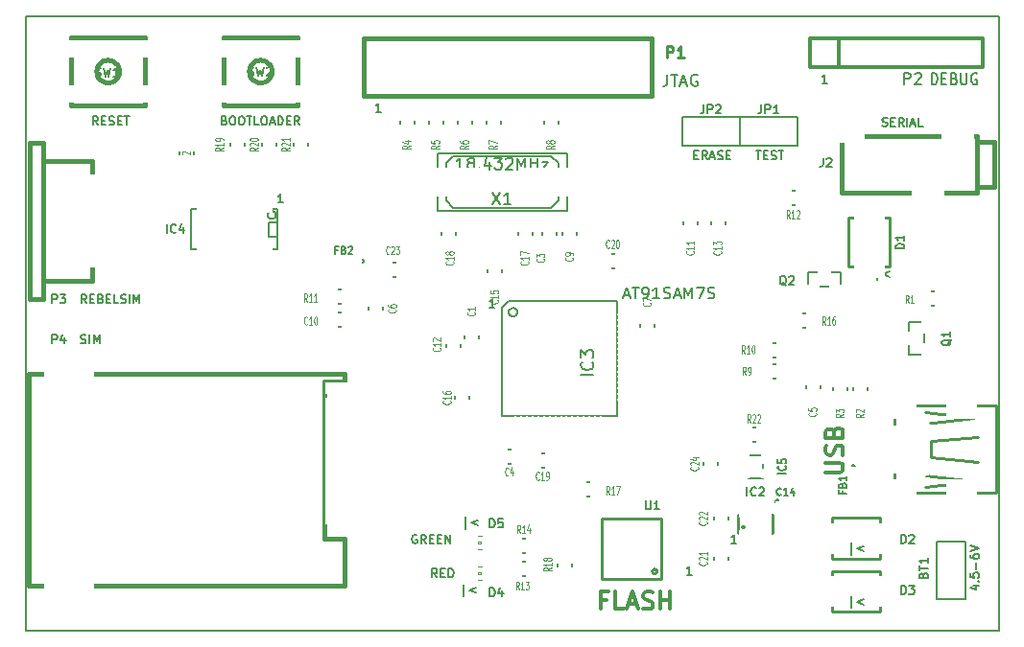
<source format=gto>
G04 (created by PCBNEW-RS274X (2011-05-25)-stable) date Fri 18 May 2012 19:27:03 CEST*
G01*
G70*
G90*
%MOIN*%
G04 Gerber Fmt 3.4, Leading zero omitted, Abs format*
%FSLAX34Y34*%
G04 APERTURE LIST*
%ADD10C,0.006000*%
%ADD11C,0.005900*%
%ADD12C,0.007500*%
%ADD13C,0.008000*%
%ADD14C,0.005000*%
%ADD15C,0.012000*%
%ADD16C,0.015000*%
%ADD17C,0.010000*%
%ADD18C,0.006500*%
%ADD19C,0.002600*%
%ADD20C,0.004000*%
%ADD21C,0.002000*%
%ADD22C,0.004500*%
%ADD23R,0.045000X0.065000*%
%ADD24R,0.065000X0.045000*%
%ADD25R,0.055000X0.075000*%
%ADD26R,0.075000X0.055000*%
%ADD27R,0.066000X0.015800*%
%ADD28O,0.066000X0.015800*%
%ADD29O,0.015800X0.066000*%
%ADD30R,0.080000X0.080000*%
%ADD31C,0.080000*%
%ADD32R,0.051500X0.055400*%
%ADD33R,0.055400X0.051500*%
%ADD34R,0.146000X0.059400*%
%ADD35C,0.055400*%
%ADD36R,0.098700X0.039700*%
%ADD37R,0.106600X0.118400*%
%ADD38R,0.110600X0.059400*%
%ADD39R,0.110600X0.039700*%
%ADD40R,0.177500X0.086900*%
%ADD41R,0.036000X0.094800*%
%ADD42R,0.040000X0.032000*%
%ADD43R,0.043600X0.063300*%
%ADD44R,0.110600X0.079800*%
%ADD45R,0.079800X0.110600*%
%ADD46R,0.057900X0.039700*%
%ADD47R,0.067200X0.067200*%
%ADD48R,0.114500X0.136100*%
%ADD49R,0.114500X0.124300*%
%ADD50C,0.059400*%
%ADD51R,0.236500X0.098700*%
%ADD52R,0.098700X0.043600*%
%ADD53R,0.185400X0.047600*%
G04 APERTURE END LIST*
G54D10*
G54D11*
X44015Y-44121D02*
X44015Y-43693D01*
X44458Y-43821D02*
X44229Y-43907D01*
X44458Y-43993D01*
X43115Y-55521D02*
X43115Y-55093D01*
X43558Y-55221D02*
X43329Y-55307D01*
X43558Y-55393D01*
X43115Y-53671D02*
X43115Y-53243D01*
X43558Y-53371D02*
X43329Y-53457D01*
X43558Y-53543D01*
X39136Y-53271D02*
X38965Y-53271D01*
X39050Y-53271D02*
X39050Y-52972D01*
X39022Y-53014D01*
X38993Y-53043D01*
X38965Y-53057D01*
X29665Y-55120D02*
X29665Y-54693D01*
X30107Y-54821D02*
X29879Y-54907D01*
X30107Y-54992D01*
X29715Y-52770D02*
X29715Y-52343D01*
X30157Y-52471D02*
X29929Y-52557D01*
X30157Y-52642D01*
X37586Y-54371D02*
X37414Y-54371D01*
X37500Y-54371D02*
X37500Y-54071D01*
X37471Y-54114D01*
X37443Y-54143D01*
X37414Y-54157D01*
G54D12*
X23386Y-41421D02*
X23214Y-41421D01*
X23300Y-41421D02*
X23300Y-41121D01*
X23271Y-41164D01*
X23243Y-41193D01*
X23214Y-41207D01*
X30736Y-45071D02*
X30564Y-45071D01*
X30650Y-45071D02*
X30650Y-44771D01*
X30621Y-44814D01*
X30593Y-44843D01*
X30564Y-44857D01*
X42286Y-37271D02*
X42114Y-37271D01*
X42200Y-37271D02*
X42200Y-36971D01*
X42171Y-37014D01*
X42143Y-37043D01*
X42114Y-37057D01*
G54D11*
X26786Y-38271D02*
X26614Y-38271D01*
X26700Y-38271D02*
X26700Y-37971D01*
X26671Y-38014D01*
X26643Y-38043D01*
X26614Y-38057D01*
G54D13*
X14450Y-56300D02*
X14450Y-34950D01*
X48250Y-56300D02*
X14450Y-56300D01*
X48250Y-34950D02*
X48250Y-56300D01*
X15250Y-34950D02*
X48250Y-34950D01*
X14450Y-34950D02*
X15250Y-34950D01*
G54D14*
X33537Y-51150D02*
X34437Y-51150D01*
X34437Y-51150D02*
X34437Y-51650D01*
X34437Y-51650D02*
X33537Y-51650D01*
X33537Y-51650D02*
X33537Y-51150D01*
X41945Y-45787D02*
X41045Y-45787D01*
X41045Y-45787D02*
X41045Y-45287D01*
X41045Y-45287D02*
X41945Y-45287D01*
X41945Y-45287D02*
X41945Y-45787D01*
X32200Y-53600D02*
X31300Y-53600D01*
X31300Y-53600D02*
X31300Y-53100D01*
X31300Y-53100D02*
X32200Y-53100D01*
X32200Y-53100D02*
X32200Y-53600D01*
X32200Y-54400D02*
X31300Y-54400D01*
X31300Y-54400D02*
X31300Y-53900D01*
X31300Y-53900D02*
X32200Y-53900D01*
X32200Y-53900D02*
X32200Y-54400D01*
X40692Y-41017D02*
X41592Y-41017D01*
X41592Y-41017D02*
X41592Y-41517D01*
X41592Y-41517D02*
X40692Y-41517D01*
X40692Y-41517D02*
X40692Y-41017D01*
X24900Y-44450D02*
X25800Y-44450D01*
X25800Y-44450D02*
X25800Y-44950D01*
X25800Y-44950D02*
X24900Y-44950D01*
X24900Y-44950D02*
X24900Y-44450D01*
X40000Y-46300D02*
X40900Y-46300D01*
X40900Y-46300D02*
X40900Y-46800D01*
X40900Y-46800D02*
X40000Y-46800D01*
X40000Y-46800D02*
X40000Y-46300D01*
X40000Y-47050D02*
X40900Y-47050D01*
X40900Y-47050D02*
X40900Y-47550D01*
X40900Y-47550D02*
X40000Y-47550D01*
X40000Y-47550D02*
X40000Y-47050D01*
X32950Y-38200D02*
X32950Y-39100D01*
X32950Y-39100D02*
X32450Y-39100D01*
X32450Y-39100D02*
X32450Y-38200D01*
X32450Y-38200D02*
X32950Y-38200D01*
X30950Y-38200D02*
X30950Y-39100D01*
X30950Y-39100D02*
X30450Y-39100D01*
X30450Y-39100D02*
X30450Y-38200D01*
X30450Y-38200D02*
X30950Y-38200D01*
X29950Y-38200D02*
X29950Y-39100D01*
X29950Y-39100D02*
X29450Y-39100D01*
X29450Y-39100D02*
X29450Y-38200D01*
X29450Y-38200D02*
X29950Y-38200D01*
X28950Y-38200D02*
X28950Y-39100D01*
X28950Y-39100D02*
X28450Y-39100D01*
X28450Y-39100D02*
X28450Y-38200D01*
X28450Y-38200D02*
X28950Y-38200D01*
X27950Y-38200D02*
X27950Y-39100D01*
X27950Y-39100D02*
X27450Y-39100D01*
X27450Y-39100D02*
X27450Y-38200D01*
X27450Y-38200D02*
X27950Y-38200D01*
X42500Y-48350D02*
X42500Y-47450D01*
X42500Y-47450D02*
X43000Y-47450D01*
X43000Y-47450D02*
X43000Y-48350D01*
X43000Y-48350D02*
X42500Y-48350D01*
X43200Y-48350D02*
X43200Y-47450D01*
X43200Y-47450D02*
X43700Y-47450D01*
X43700Y-47450D02*
X43700Y-48350D01*
X43700Y-48350D02*
X43200Y-48350D01*
X46400Y-45000D02*
X45500Y-45000D01*
X45500Y-45000D02*
X45500Y-44500D01*
X45500Y-44500D02*
X46400Y-44500D01*
X46400Y-44500D02*
X46400Y-45000D01*
X27701Y-44013D02*
X26801Y-44013D01*
X26801Y-44013D02*
X26801Y-43513D01*
X26801Y-43513D02*
X27701Y-43513D01*
X27701Y-43513D02*
X27701Y-44013D01*
X38850Y-51950D02*
X38850Y-52850D01*
X38850Y-52850D02*
X38350Y-52850D01*
X38350Y-52850D02*
X38350Y-51950D01*
X38350Y-51950D02*
X38850Y-51950D01*
X38350Y-54250D02*
X38350Y-53350D01*
X38350Y-53350D02*
X38850Y-53350D01*
X38850Y-53350D02*
X38850Y-54250D01*
X38850Y-54250D02*
X38350Y-54250D01*
X34400Y-43200D02*
X35300Y-43200D01*
X35300Y-43200D02*
X35300Y-43700D01*
X35300Y-43700D02*
X34400Y-43700D01*
X34400Y-43700D02*
X34400Y-43200D01*
X32875Y-50650D02*
X31975Y-50650D01*
X31975Y-50650D02*
X31975Y-50150D01*
X31975Y-50150D02*
X32875Y-50150D01*
X32875Y-50150D02*
X32875Y-50650D01*
X29400Y-42050D02*
X29400Y-42950D01*
X29400Y-42950D02*
X28900Y-42950D01*
X28900Y-42950D02*
X28900Y-42050D01*
X28900Y-42050D02*
X29400Y-42050D01*
X31550Y-42950D02*
X31550Y-42050D01*
X31550Y-42050D02*
X32050Y-42050D01*
X32050Y-42050D02*
X32050Y-42950D01*
X32050Y-42950D02*
X31550Y-42950D01*
X29850Y-47750D02*
X29850Y-48650D01*
X29850Y-48650D02*
X29350Y-48650D01*
X29350Y-48650D02*
X29350Y-47750D01*
X29350Y-47750D02*
X29850Y-47750D01*
X30500Y-44250D02*
X30500Y-43350D01*
X30500Y-43350D02*
X31000Y-43350D01*
X31000Y-43350D02*
X31000Y-44250D01*
X31000Y-44250D02*
X30500Y-44250D01*
X38250Y-42600D02*
X38250Y-41700D01*
X38250Y-41700D02*
X38750Y-41700D01*
X38750Y-41700D02*
X38750Y-42600D01*
X38750Y-42600D02*
X38250Y-42600D01*
X29050Y-46850D02*
X29050Y-45950D01*
X29050Y-45950D02*
X29550Y-45950D01*
X29550Y-45950D02*
X29550Y-46850D01*
X29550Y-46850D02*
X29050Y-46850D01*
X37300Y-42600D02*
X37300Y-41700D01*
X37300Y-41700D02*
X37800Y-41700D01*
X37800Y-41700D02*
X37800Y-42600D01*
X37800Y-42600D02*
X37300Y-42600D01*
X25800Y-45750D02*
X24900Y-45750D01*
X24900Y-45750D02*
X24900Y-45250D01*
X24900Y-45250D02*
X25800Y-45250D01*
X25800Y-45250D02*
X25800Y-45750D01*
X33100Y-42950D02*
X33100Y-42050D01*
X33100Y-42050D02*
X33600Y-42050D01*
X33600Y-42050D02*
X33600Y-42950D01*
X33600Y-42950D02*
X33100Y-42950D01*
X35800Y-46175D02*
X35800Y-45275D01*
X35800Y-45275D02*
X36300Y-45275D01*
X36300Y-45275D02*
X36300Y-46175D01*
X36300Y-46175D02*
X35800Y-46175D01*
X26350Y-45550D02*
X26350Y-44650D01*
X26350Y-44650D02*
X26850Y-44650D01*
X26850Y-44650D02*
X26850Y-45550D01*
X26850Y-45550D02*
X26350Y-45550D01*
X41550Y-48300D02*
X41550Y-47400D01*
X41550Y-47400D02*
X42050Y-47400D01*
X42050Y-47400D02*
X42050Y-48300D01*
X42050Y-48300D02*
X41550Y-48300D01*
X31700Y-50525D02*
X30800Y-50525D01*
X30800Y-50525D02*
X30800Y-50025D01*
X30800Y-50025D02*
X31700Y-50025D01*
X31700Y-50025D02*
X31700Y-50525D01*
X32397Y-42954D02*
X32397Y-42054D01*
X32397Y-42054D02*
X32897Y-42054D01*
X32897Y-42054D02*
X32897Y-42954D01*
X32897Y-42954D02*
X32397Y-42954D01*
X29700Y-46550D02*
X29700Y-45650D01*
X29700Y-45650D02*
X30200Y-45650D01*
X30200Y-45650D02*
X30200Y-46550D01*
X30200Y-46550D02*
X29700Y-46550D01*
X26195Y-43453D02*
X26194Y-43462D01*
X26191Y-43472D01*
X26186Y-43480D01*
X26180Y-43488D01*
X26172Y-43494D01*
X26164Y-43499D01*
X26155Y-43501D01*
X26145Y-43502D01*
X26136Y-43502D01*
X26127Y-43499D01*
X26118Y-43494D01*
X26111Y-43488D01*
X26104Y-43481D01*
X26100Y-43472D01*
X26097Y-43463D01*
X26096Y-43453D01*
X26096Y-43444D01*
X26099Y-43435D01*
X26103Y-43426D01*
X26110Y-43419D01*
X26117Y-43412D01*
X26125Y-43408D01*
X26135Y-43405D01*
X26144Y-43404D01*
X26153Y-43404D01*
X26163Y-43407D01*
X26171Y-43411D01*
X26179Y-43417D01*
X26185Y-43425D01*
X26190Y-43433D01*
X26193Y-43442D01*
X26194Y-43452D01*
X26195Y-43453D01*
X25695Y-43453D02*
X26095Y-43453D01*
X26095Y-43453D02*
X26095Y-44053D01*
X26095Y-44053D02*
X25695Y-44053D01*
X25295Y-44053D02*
X24895Y-44053D01*
X24895Y-44053D02*
X24895Y-43453D01*
X24895Y-43453D02*
X25295Y-43453D01*
X43250Y-50600D02*
X43249Y-50609D01*
X43246Y-50619D01*
X43241Y-50627D01*
X43235Y-50635D01*
X43227Y-50641D01*
X43219Y-50646D01*
X43210Y-50648D01*
X43200Y-50649D01*
X43191Y-50649D01*
X43182Y-50646D01*
X43173Y-50641D01*
X43166Y-50635D01*
X43159Y-50628D01*
X43155Y-50619D01*
X43152Y-50610D01*
X43151Y-50600D01*
X43151Y-50591D01*
X43154Y-50582D01*
X43158Y-50573D01*
X43165Y-50566D01*
X43172Y-50559D01*
X43180Y-50555D01*
X43190Y-50552D01*
X43199Y-50551D01*
X43208Y-50551D01*
X43218Y-50554D01*
X43226Y-50558D01*
X43234Y-50564D01*
X43240Y-50572D01*
X43245Y-50580D01*
X43248Y-50589D01*
X43249Y-50599D01*
X43250Y-50600D01*
X43200Y-51050D02*
X43200Y-50650D01*
X43200Y-50650D02*
X43800Y-50650D01*
X43800Y-50650D02*
X43800Y-51050D01*
X43800Y-51450D02*
X43800Y-51850D01*
X43800Y-51850D02*
X43200Y-51850D01*
X43200Y-51850D02*
X43200Y-51450D01*
G54D13*
X31532Y-45232D02*
X31529Y-45261D01*
X31520Y-45289D01*
X31506Y-45315D01*
X31488Y-45337D01*
X31465Y-45356D01*
X31440Y-45370D01*
X31412Y-45378D01*
X31383Y-45381D01*
X31354Y-45379D01*
X31326Y-45371D01*
X31300Y-45357D01*
X31278Y-45339D01*
X31259Y-45316D01*
X31245Y-45291D01*
X31236Y-45263D01*
X31233Y-45234D01*
X31235Y-45205D01*
X31243Y-45177D01*
X31256Y-45151D01*
X31275Y-45128D01*
X31297Y-45109D01*
X31322Y-45095D01*
X31350Y-45086D01*
X31379Y-45083D01*
X31408Y-45085D01*
X31436Y-45093D01*
X31462Y-45106D01*
X31485Y-45124D01*
X31504Y-45146D01*
X31519Y-45171D01*
X31528Y-45199D01*
X31531Y-45228D01*
X31532Y-45232D01*
X34982Y-48832D02*
X34982Y-44832D01*
X34982Y-44832D02*
X31232Y-44832D01*
X31232Y-44832D02*
X30982Y-45082D01*
X30982Y-45082D02*
X30982Y-48832D01*
X30982Y-48832D02*
X34982Y-48832D01*
G54D15*
X41700Y-36700D02*
X41700Y-35700D01*
X41700Y-35700D02*
X47700Y-35700D01*
X47700Y-35700D02*
X47700Y-36700D01*
X47700Y-36700D02*
X41700Y-36700D01*
X42700Y-36700D02*
X42700Y-35700D01*
G54D14*
X42771Y-43844D02*
X42771Y-44356D01*
X42771Y-44356D02*
X41629Y-44356D01*
X41629Y-44356D02*
X41629Y-43844D01*
X41629Y-43844D02*
X42771Y-43844D01*
X45144Y-45579D02*
X45656Y-45579D01*
X45656Y-45579D02*
X45656Y-46721D01*
X45656Y-46721D02*
X45144Y-46721D01*
X45144Y-46721D02*
X45144Y-45579D01*
G54D16*
X17694Y-36850D02*
X17686Y-36926D01*
X17664Y-37000D01*
X17628Y-37068D01*
X17579Y-37127D01*
X17520Y-37176D01*
X17452Y-37213D01*
X17379Y-37235D01*
X17302Y-37243D01*
X17227Y-37237D01*
X17153Y-37215D01*
X17085Y-37179D01*
X17025Y-37131D01*
X16975Y-37072D01*
X16938Y-37005D01*
X16915Y-36931D01*
X16907Y-36855D01*
X16913Y-36779D01*
X16934Y-36705D01*
X16969Y-36637D01*
X17017Y-36577D01*
X17076Y-36527D01*
X17143Y-36489D01*
X17216Y-36466D01*
X17292Y-36457D01*
X17368Y-36462D01*
X17442Y-36483D01*
X17511Y-36518D01*
X17571Y-36565D01*
X17621Y-36623D01*
X17659Y-36690D01*
X17684Y-36763D01*
X17693Y-36839D01*
X17694Y-36850D01*
X18580Y-35669D02*
X16020Y-35669D01*
X16020Y-35669D02*
X16020Y-38031D01*
X16020Y-38031D02*
X18580Y-38031D01*
X18580Y-38031D02*
X18580Y-35669D01*
X22994Y-36850D02*
X22986Y-36926D01*
X22964Y-37000D01*
X22928Y-37068D01*
X22879Y-37127D01*
X22820Y-37176D01*
X22752Y-37213D01*
X22679Y-37235D01*
X22602Y-37243D01*
X22527Y-37237D01*
X22453Y-37215D01*
X22385Y-37179D01*
X22325Y-37131D01*
X22275Y-37072D01*
X22238Y-37005D01*
X22215Y-36931D01*
X22207Y-36855D01*
X22213Y-36779D01*
X22234Y-36705D01*
X22269Y-36637D01*
X22317Y-36577D01*
X22376Y-36527D01*
X22443Y-36489D01*
X22516Y-36466D01*
X22592Y-36457D01*
X22668Y-36462D01*
X22742Y-36483D01*
X22811Y-36518D01*
X22871Y-36565D01*
X22921Y-36623D01*
X22959Y-36690D01*
X22984Y-36763D01*
X22993Y-36839D01*
X22994Y-36850D01*
X23880Y-35669D02*
X21320Y-35669D01*
X21320Y-35669D02*
X21320Y-38031D01*
X21320Y-38031D02*
X23880Y-38031D01*
X23880Y-38031D02*
X23880Y-35669D01*
G54D17*
X47540Y-50433D02*
X45886Y-50276D01*
X45886Y-50276D02*
X45886Y-49724D01*
X45886Y-49724D02*
X47540Y-49567D01*
X45689Y-49094D02*
X47382Y-48898D01*
X47382Y-48898D02*
X45689Y-48701D01*
X45689Y-51299D02*
X47382Y-51102D01*
X47382Y-51102D02*
X45689Y-50906D01*
X48170Y-51516D02*
X48170Y-48484D01*
X48170Y-48484D02*
X44626Y-48484D01*
X44626Y-48484D02*
X44626Y-51516D01*
X44626Y-51516D02*
X48170Y-51516D01*
G54D16*
X25541Y-53097D02*
X24824Y-53097D01*
X24824Y-53097D02*
X24824Y-47637D01*
X24824Y-47637D02*
X25541Y-47637D01*
X25541Y-47637D02*
X25541Y-47369D01*
X25541Y-47369D02*
X14576Y-47369D01*
X14576Y-47369D02*
X14576Y-51215D01*
X14576Y-51215D02*
X14576Y-54731D01*
X14576Y-54731D02*
X25541Y-54731D01*
X25541Y-54731D02*
X25541Y-53097D01*
G54D18*
X20200Y-43050D02*
X23200Y-43050D01*
X23200Y-41650D02*
X20200Y-41650D01*
X20200Y-43050D02*
X20200Y-41650D01*
G54D10*
X23200Y-41650D02*
X23200Y-43050D01*
G54D14*
X23141Y-41850D02*
X23138Y-41877D01*
X23130Y-41903D01*
X23117Y-41928D01*
X23100Y-41949D01*
X23078Y-41966D01*
X23054Y-41979D01*
X23028Y-41988D01*
X23000Y-41990D01*
X22974Y-41988D01*
X22948Y-41980D01*
X22923Y-41967D01*
X22902Y-41950D01*
X22884Y-41929D01*
X22871Y-41905D01*
X22863Y-41879D01*
X22860Y-41851D01*
X22862Y-41825D01*
X22869Y-41799D01*
X22882Y-41774D01*
X22899Y-41753D01*
X22920Y-41735D01*
X22944Y-41721D01*
X22970Y-41713D01*
X22998Y-41710D01*
X23024Y-41712D01*
X23050Y-41719D01*
X23075Y-41731D01*
X23097Y-41748D01*
X23115Y-41769D01*
X23128Y-41793D01*
X23137Y-41819D01*
X23140Y-41847D01*
X23141Y-41850D01*
X23200Y-42600D02*
X22900Y-42600D01*
X22900Y-42600D02*
X22900Y-42100D01*
X22900Y-42100D02*
X23200Y-42100D01*
X40200Y-49750D02*
X39300Y-49750D01*
X39300Y-49750D02*
X39300Y-49250D01*
X39300Y-49250D02*
X40200Y-49250D01*
X40200Y-49250D02*
X40200Y-49750D01*
X24250Y-38950D02*
X24250Y-39850D01*
X24250Y-39850D02*
X23750Y-39850D01*
X23750Y-39850D02*
X23750Y-38950D01*
X23750Y-38950D02*
X24250Y-38950D01*
X22650Y-39850D02*
X22650Y-38950D01*
X22650Y-38950D02*
X23150Y-38950D01*
X23150Y-38950D02*
X23150Y-39850D01*
X23150Y-39850D02*
X22650Y-39850D01*
X22050Y-38950D02*
X22050Y-39850D01*
X22050Y-39850D02*
X21550Y-39850D01*
X21550Y-39850D02*
X21550Y-38950D01*
X21550Y-38950D02*
X22050Y-38950D01*
X38500Y-50050D02*
X38500Y-50950D01*
X38500Y-50950D02*
X38000Y-50950D01*
X38000Y-50950D02*
X38000Y-50050D01*
X38000Y-50050D02*
X38500Y-50050D01*
G54D10*
X40050Y-51000D02*
X40050Y-50200D01*
X40050Y-50200D02*
X39550Y-50200D01*
X39550Y-50200D02*
X39550Y-51000D01*
X39550Y-51000D02*
X40050Y-51000D01*
G54D17*
X39394Y-52698D02*
X39393Y-52703D01*
X39391Y-52708D01*
X39389Y-52712D01*
X39386Y-52717D01*
X39382Y-52720D01*
X39377Y-52722D01*
X39372Y-52724D01*
X39367Y-52724D01*
X39362Y-52724D01*
X39357Y-52723D01*
X39353Y-52720D01*
X39349Y-52717D01*
X39345Y-52713D01*
X39343Y-52708D01*
X39341Y-52703D01*
X39341Y-52698D01*
X39341Y-52694D01*
X39342Y-52689D01*
X39345Y-52684D01*
X39348Y-52680D01*
X39352Y-52676D01*
X39357Y-52674D01*
X39362Y-52672D01*
X39367Y-52672D01*
X39371Y-52672D01*
X39376Y-52673D01*
X39381Y-52676D01*
X39385Y-52679D01*
X39389Y-52683D01*
X39391Y-52688D01*
X39393Y-52693D01*
X39393Y-52698D01*
X39394Y-52698D01*
X39209Y-52285D02*
X40391Y-52285D01*
X40391Y-52285D02*
X40391Y-52915D01*
X40391Y-52915D02*
X39209Y-52915D01*
X39209Y-52915D02*
X39209Y-52285D01*
X43041Y-43646D02*
X43041Y-41954D01*
X43041Y-41954D02*
X44459Y-41954D01*
X44459Y-41954D02*
X44459Y-43646D01*
X44459Y-43646D02*
X43041Y-43646D01*
G54D10*
X46100Y-53200D02*
X47100Y-53200D01*
X47100Y-53200D02*
X47100Y-55200D01*
X47100Y-55200D02*
X46100Y-55200D01*
X46100Y-55200D02*
X46100Y-53200D01*
G54D17*
X44146Y-53809D02*
X42454Y-53809D01*
X42454Y-53809D02*
X42454Y-52391D01*
X42454Y-52391D02*
X44146Y-52391D01*
X44146Y-52391D02*
X44146Y-53809D01*
X44146Y-55659D02*
X42454Y-55659D01*
X42454Y-55659D02*
X42454Y-54241D01*
X42454Y-54241D02*
X44146Y-54241D01*
X44146Y-54241D02*
X44146Y-55659D01*
X36366Y-54237D02*
X36364Y-54252D01*
X36360Y-54267D01*
X36352Y-54280D01*
X36343Y-54292D01*
X36331Y-54302D01*
X36317Y-54309D01*
X36302Y-54314D01*
X36287Y-54315D01*
X36273Y-54314D01*
X36258Y-54310D01*
X36244Y-54303D01*
X36232Y-54293D01*
X36222Y-54281D01*
X36215Y-54268D01*
X36210Y-54253D01*
X36209Y-54238D01*
X36210Y-54223D01*
X36214Y-54208D01*
X36221Y-54195D01*
X36231Y-54183D01*
X36242Y-54173D01*
X36256Y-54165D01*
X36271Y-54160D01*
X36286Y-54159D01*
X36300Y-54160D01*
X36315Y-54164D01*
X36329Y-54171D01*
X36341Y-54180D01*
X36351Y-54192D01*
X36359Y-54205D01*
X36364Y-54220D01*
X36365Y-54235D01*
X36366Y-54237D01*
X36543Y-52407D02*
X36543Y-54493D01*
X36543Y-54493D02*
X34457Y-54493D01*
X34457Y-54493D02*
X34457Y-52407D01*
X34457Y-52407D02*
X36543Y-52407D01*
G54D19*
X30054Y-53132D02*
X30054Y-53004D01*
X30054Y-53004D02*
X29857Y-53004D01*
X29857Y-53132D02*
X29857Y-53004D01*
X30054Y-53132D02*
X29857Y-53132D01*
X30054Y-53377D02*
X30054Y-53318D01*
X30054Y-53318D02*
X29955Y-53318D01*
X29955Y-53377D02*
X29955Y-53318D01*
X30054Y-53377D02*
X29955Y-53377D01*
X30054Y-53182D02*
X30054Y-53123D01*
X30054Y-53123D02*
X29955Y-53123D01*
X29955Y-53182D02*
X29955Y-53123D01*
X30054Y-53182D02*
X29955Y-53182D01*
X30054Y-53328D02*
X30054Y-53172D01*
X30054Y-53172D02*
X29985Y-53172D01*
X29985Y-53328D02*
X29985Y-53172D01*
X30054Y-53328D02*
X29985Y-53328D01*
X30643Y-53132D02*
X30643Y-53004D01*
X30643Y-53004D02*
X30446Y-53004D01*
X30446Y-53132D02*
X30446Y-53004D01*
X30643Y-53132D02*
X30446Y-53132D01*
X30643Y-53496D02*
X30643Y-53368D01*
X30643Y-53368D02*
X30446Y-53368D01*
X30446Y-53496D02*
X30446Y-53368D01*
X30643Y-53496D02*
X30446Y-53496D01*
X30545Y-53182D02*
X30545Y-53123D01*
X30545Y-53123D02*
X30446Y-53123D01*
X30446Y-53182D02*
X30446Y-53123D01*
X30545Y-53182D02*
X30446Y-53182D01*
X30545Y-53377D02*
X30545Y-53318D01*
X30545Y-53318D02*
X30446Y-53318D01*
X30446Y-53377D02*
X30446Y-53318D01*
X30545Y-53377D02*
X30446Y-53377D01*
X30515Y-53328D02*
X30515Y-53172D01*
X30515Y-53172D02*
X30446Y-53172D01*
X30446Y-53328D02*
X30446Y-53172D01*
X30515Y-53328D02*
X30446Y-53328D01*
X30250Y-53289D02*
X30250Y-53211D01*
X30250Y-53211D02*
X30172Y-53211D01*
X30172Y-53289D02*
X30172Y-53211D01*
X30250Y-53289D02*
X30172Y-53289D01*
X30054Y-53486D02*
X30054Y-53368D01*
X30054Y-53368D02*
X29936Y-53368D01*
X29936Y-53486D02*
X29936Y-53368D01*
X30054Y-53486D02*
X29936Y-53486D01*
X29886Y-53496D02*
X29886Y-53407D01*
X29886Y-53407D02*
X29857Y-53407D01*
X29857Y-53496D02*
X29857Y-53407D01*
X29886Y-53496D02*
X29857Y-53496D01*
G54D20*
X30044Y-53024D02*
X30456Y-53024D01*
X30446Y-53476D02*
X29886Y-53476D01*
G54D21*
X29944Y-53427D02*
X29943Y-53432D01*
X29941Y-53437D01*
X29939Y-53442D01*
X29935Y-53446D01*
X29931Y-53450D01*
X29926Y-53452D01*
X29921Y-53454D01*
X29916Y-53454D01*
X29911Y-53454D01*
X29906Y-53452D01*
X29901Y-53450D01*
X29897Y-53447D01*
X29893Y-53442D01*
X29891Y-53438D01*
X29889Y-53432D01*
X29889Y-53427D01*
X29889Y-53422D01*
X29890Y-53417D01*
X29893Y-53412D01*
X29896Y-53408D01*
X29901Y-53405D01*
X29905Y-53402D01*
X29910Y-53400D01*
X29916Y-53400D01*
X29920Y-53400D01*
X29926Y-53401D01*
X29931Y-53404D01*
X29935Y-53407D01*
X29938Y-53411D01*
X29941Y-53416D01*
X29943Y-53421D01*
X29943Y-53427D01*
X29944Y-53427D01*
G54D20*
X29857Y-53387D02*
X29868Y-53386D01*
X29880Y-53384D01*
X29892Y-53382D01*
X29903Y-53378D01*
X29914Y-53374D01*
X29925Y-53368D01*
X29935Y-53362D01*
X29945Y-53354D01*
X29953Y-53346D01*
X29961Y-53338D01*
X29969Y-53328D01*
X29975Y-53318D01*
X29981Y-53307D01*
X29985Y-53296D01*
X29989Y-53285D01*
X29991Y-53273D01*
X29993Y-53261D01*
X29994Y-53250D01*
X29993Y-53239D01*
X29991Y-53227D01*
X29989Y-53215D01*
X29985Y-53204D01*
X29981Y-53193D01*
X29975Y-53182D01*
X29969Y-53172D01*
X29961Y-53162D01*
X29953Y-53154D01*
X29945Y-53146D01*
X29935Y-53138D01*
X29925Y-53132D01*
X29914Y-53126D01*
X29903Y-53122D01*
X29892Y-53118D01*
X29880Y-53116D01*
X29868Y-53114D01*
X29857Y-53113D01*
X30643Y-53113D02*
X30632Y-53114D01*
X30620Y-53116D01*
X30608Y-53118D01*
X30597Y-53122D01*
X30586Y-53126D01*
X30575Y-53132D01*
X30565Y-53138D01*
X30555Y-53146D01*
X30547Y-53154D01*
X30539Y-53162D01*
X30531Y-53172D01*
X30525Y-53182D01*
X30519Y-53193D01*
X30515Y-53204D01*
X30511Y-53215D01*
X30509Y-53227D01*
X30507Y-53239D01*
X30506Y-53250D01*
X30507Y-53261D01*
X30509Y-53273D01*
X30511Y-53285D01*
X30515Y-53296D01*
X30519Y-53307D01*
X30525Y-53318D01*
X30531Y-53328D01*
X30539Y-53338D01*
X30547Y-53346D01*
X30555Y-53354D01*
X30565Y-53362D01*
X30575Y-53368D01*
X30586Y-53374D01*
X30597Y-53378D01*
X30608Y-53382D01*
X30620Y-53384D01*
X30632Y-53386D01*
X30643Y-53387D01*
G54D19*
X30054Y-54182D02*
X30054Y-54054D01*
X30054Y-54054D02*
X29857Y-54054D01*
X29857Y-54182D02*
X29857Y-54054D01*
X30054Y-54182D02*
X29857Y-54182D01*
X30054Y-54427D02*
X30054Y-54368D01*
X30054Y-54368D02*
X29955Y-54368D01*
X29955Y-54427D02*
X29955Y-54368D01*
X30054Y-54427D02*
X29955Y-54427D01*
X30054Y-54232D02*
X30054Y-54173D01*
X30054Y-54173D02*
X29955Y-54173D01*
X29955Y-54232D02*
X29955Y-54173D01*
X30054Y-54232D02*
X29955Y-54232D01*
X30054Y-54378D02*
X30054Y-54222D01*
X30054Y-54222D02*
X29985Y-54222D01*
X29985Y-54378D02*
X29985Y-54222D01*
X30054Y-54378D02*
X29985Y-54378D01*
X30643Y-54182D02*
X30643Y-54054D01*
X30643Y-54054D02*
X30446Y-54054D01*
X30446Y-54182D02*
X30446Y-54054D01*
X30643Y-54182D02*
X30446Y-54182D01*
X30643Y-54546D02*
X30643Y-54418D01*
X30643Y-54418D02*
X30446Y-54418D01*
X30446Y-54546D02*
X30446Y-54418D01*
X30643Y-54546D02*
X30446Y-54546D01*
X30545Y-54232D02*
X30545Y-54173D01*
X30545Y-54173D02*
X30446Y-54173D01*
X30446Y-54232D02*
X30446Y-54173D01*
X30545Y-54232D02*
X30446Y-54232D01*
X30545Y-54427D02*
X30545Y-54368D01*
X30545Y-54368D02*
X30446Y-54368D01*
X30446Y-54427D02*
X30446Y-54368D01*
X30545Y-54427D02*
X30446Y-54427D01*
X30515Y-54378D02*
X30515Y-54222D01*
X30515Y-54222D02*
X30446Y-54222D01*
X30446Y-54378D02*
X30446Y-54222D01*
X30515Y-54378D02*
X30446Y-54378D01*
X30250Y-54339D02*
X30250Y-54261D01*
X30250Y-54261D02*
X30172Y-54261D01*
X30172Y-54339D02*
X30172Y-54261D01*
X30250Y-54339D02*
X30172Y-54339D01*
X30054Y-54536D02*
X30054Y-54418D01*
X30054Y-54418D02*
X29936Y-54418D01*
X29936Y-54536D02*
X29936Y-54418D01*
X30054Y-54536D02*
X29936Y-54536D01*
X29886Y-54546D02*
X29886Y-54457D01*
X29886Y-54457D02*
X29857Y-54457D01*
X29857Y-54546D02*
X29857Y-54457D01*
X29886Y-54546D02*
X29857Y-54546D01*
G54D20*
X30044Y-54074D02*
X30456Y-54074D01*
X30446Y-54526D02*
X29886Y-54526D01*
G54D21*
X29944Y-54477D02*
X29943Y-54482D01*
X29941Y-54487D01*
X29939Y-54492D01*
X29935Y-54496D01*
X29931Y-54500D01*
X29926Y-54502D01*
X29921Y-54504D01*
X29916Y-54504D01*
X29911Y-54504D01*
X29906Y-54502D01*
X29901Y-54500D01*
X29897Y-54497D01*
X29893Y-54492D01*
X29891Y-54488D01*
X29889Y-54482D01*
X29889Y-54477D01*
X29889Y-54472D01*
X29890Y-54467D01*
X29893Y-54462D01*
X29896Y-54458D01*
X29901Y-54455D01*
X29905Y-54452D01*
X29910Y-54450D01*
X29916Y-54450D01*
X29920Y-54450D01*
X29926Y-54451D01*
X29931Y-54454D01*
X29935Y-54457D01*
X29938Y-54461D01*
X29941Y-54466D01*
X29943Y-54471D01*
X29943Y-54477D01*
X29944Y-54477D01*
G54D20*
X29857Y-54437D02*
X29868Y-54436D01*
X29880Y-54434D01*
X29892Y-54432D01*
X29903Y-54428D01*
X29914Y-54424D01*
X29925Y-54418D01*
X29935Y-54412D01*
X29945Y-54404D01*
X29953Y-54396D01*
X29961Y-54388D01*
X29969Y-54378D01*
X29975Y-54368D01*
X29981Y-54357D01*
X29985Y-54346D01*
X29989Y-54335D01*
X29991Y-54323D01*
X29993Y-54311D01*
X29994Y-54300D01*
X29993Y-54289D01*
X29991Y-54277D01*
X29989Y-54265D01*
X29985Y-54254D01*
X29981Y-54243D01*
X29975Y-54232D01*
X29969Y-54222D01*
X29961Y-54212D01*
X29953Y-54204D01*
X29945Y-54196D01*
X29935Y-54188D01*
X29925Y-54182D01*
X29914Y-54176D01*
X29903Y-54172D01*
X29892Y-54168D01*
X29880Y-54166D01*
X29868Y-54164D01*
X29857Y-54163D01*
X30643Y-54163D02*
X30632Y-54164D01*
X30620Y-54166D01*
X30608Y-54168D01*
X30597Y-54172D01*
X30586Y-54176D01*
X30575Y-54182D01*
X30565Y-54188D01*
X30555Y-54196D01*
X30547Y-54204D01*
X30539Y-54212D01*
X30531Y-54222D01*
X30525Y-54232D01*
X30519Y-54243D01*
X30515Y-54254D01*
X30511Y-54265D01*
X30509Y-54277D01*
X30507Y-54289D01*
X30506Y-54300D01*
X30507Y-54311D01*
X30509Y-54323D01*
X30511Y-54335D01*
X30515Y-54346D01*
X30519Y-54357D01*
X30525Y-54368D01*
X30531Y-54378D01*
X30539Y-54388D01*
X30547Y-54396D01*
X30555Y-54404D01*
X30565Y-54412D01*
X30575Y-54418D01*
X30586Y-54424D01*
X30597Y-54428D01*
X30608Y-54432D01*
X30620Y-54434D01*
X30632Y-54436D01*
X30643Y-54437D01*
G54D16*
X36200Y-37700D02*
X26200Y-37700D01*
X36200Y-35700D02*
X26200Y-35700D01*
X26200Y-35700D02*
X26200Y-37700D01*
X36202Y-37700D02*
X36202Y-35700D01*
G54D10*
X37250Y-39450D02*
X37250Y-38450D01*
X37250Y-38450D02*
X39250Y-38450D01*
X39250Y-38450D02*
X39250Y-39450D01*
X39250Y-39450D02*
X37250Y-39450D01*
X39250Y-39450D02*
X39250Y-38450D01*
X39250Y-38450D02*
X41250Y-38450D01*
X41250Y-38450D02*
X41250Y-39450D01*
X41250Y-39450D02*
X39250Y-39450D01*
G54D16*
X47512Y-40887D02*
X48103Y-40887D01*
X48103Y-40887D02*
X48103Y-39313D01*
X48103Y-39313D02*
X47512Y-39313D01*
X47512Y-41084D02*
X42788Y-41084D01*
X42788Y-41084D02*
X42788Y-39116D01*
X42788Y-39116D02*
X47512Y-39116D01*
X47512Y-39116D02*
X47512Y-41084D01*
G54D13*
X32950Y-41350D02*
X32950Y-40050D01*
X32950Y-40050D02*
X32700Y-39800D01*
X32700Y-39800D02*
X29300Y-39800D01*
X29300Y-39800D02*
X29050Y-40050D01*
X29050Y-40050D02*
X29050Y-41350D01*
X29050Y-41350D02*
X29300Y-41600D01*
X29300Y-41600D02*
X32700Y-41600D01*
X32700Y-41600D02*
X32950Y-41350D01*
X28750Y-41700D02*
X28750Y-39700D01*
X28750Y-39700D02*
X33250Y-39700D01*
X33250Y-39700D02*
X33250Y-41700D01*
X33250Y-41700D02*
X28750Y-41700D01*
G54D14*
X33428Y-53586D02*
X33428Y-54486D01*
X33428Y-54486D02*
X32928Y-54486D01*
X32928Y-54486D02*
X32928Y-53586D01*
X32928Y-53586D02*
X33428Y-53586D01*
G54D16*
X15057Y-39963D02*
X16750Y-39963D01*
X16750Y-39963D02*
X16750Y-44137D01*
X16750Y-44137D02*
X15057Y-44137D01*
X14585Y-39333D02*
X15057Y-39333D01*
X14585Y-44767D02*
X15057Y-44767D01*
X14585Y-39333D02*
X14585Y-44767D01*
X15057Y-44767D02*
X15057Y-39333D01*
G54D14*
X40600Y-51800D02*
X40599Y-51809D01*
X40596Y-51819D01*
X40591Y-51827D01*
X40585Y-51835D01*
X40577Y-51841D01*
X40569Y-51846D01*
X40560Y-51848D01*
X40550Y-51849D01*
X40541Y-51849D01*
X40532Y-51846D01*
X40523Y-51841D01*
X40516Y-51835D01*
X40509Y-51828D01*
X40505Y-51819D01*
X40502Y-51810D01*
X40501Y-51800D01*
X40501Y-51791D01*
X40504Y-51782D01*
X40508Y-51773D01*
X40515Y-51766D01*
X40522Y-51759D01*
X40530Y-51755D01*
X40540Y-51752D01*
X40549Y-51751D01*
X40558Y-51751D01*
X40568Y-51754D01*
X40576Y-51758D01*
X40584Y-51764D01*
X40590Y-51772D01*
X40595Y-51780D01*
X40598Y-51789D01*
X40599Y-51799D01*
X40600Y-51800D01*
X40550Y-52250D02*
X40550Y-51850D01*
X40550Y-51850D02*
X41150Y-51850D01*
X41150Y-51850D02*
X41150Y-52250D01*
X41150Y-52650D02*
X41150Y-53050D01*
X41150Y-53050D02*
X40550Y-53050D01*
X40550Y-53050D02*
X40550Y-52650D01*
X20300Y-39250D02*
X20300Y-40150D01*
X20300Y-40150D02*
X19800Y-40150D01*
X19800Y-40150D02*
X19800Y-39250D01*
X19800Y-39250D02*
X20300Y-39250D01*
G54D22*
X34735Y-51563D02*
X34675Y-51430D01*
X34632Y-51563D02*
X34632Y-51283D01*
X34700Y-51283D01*
X34718Y-51297D01*
X34726Y-51310D01*
X34735Y-51337D01*
X34735Y-51377D01*
X34726Y-51403D01*
X34718Y-51417D01*
X34700Y-51430D01*
X34632Y-51430D01*
X34906Y-51563D02*
X34803Y-51563D01*
X34855Y-51563D02*
X34855Y-51283D01*
X34838Y-51323D01*
X34820Y-51350D01*
X34803Y-51363D01*
X34966Y-51283D02*
X35086Y-51283D01*
X35009Y-51563D01*
X42235Y-45663D02*
X42175Y-45530D01*
X42132Y-45663D02*
X42132Y-45383D01*
X42200Y-45383D01*
X42218Y-45397D01*
X42226Y-45410D01*
X42235Y-45437D01*
X42235Y-45477D01*
X42226Y-45503D01*
X42218Y-45517D01*
X42200Y-45530D01*
X42132Y-45530D01*
X42406Y-45663D02*
X42303Y-45663D01*
X42355Y-45663D02*
X42355Y-45383D01*
X42338Y-45423D01*
X42320Y-45450D01*
X42303Y-45463D01*
X42560Y-45383D02*
X42526Y-45383D01*
X42509Y-45397D01*
X42500Y-45410D01*
X42483Y-45450D01*
X42474Y-45503D01*
X42474Y-45610D01*
X42483Y-45637D01*
X42491Y-45650D01*
X42509Y-45663D01*
X42543Y-45663D01*
X42560Y-45650D01*
X42569Y-45637D01*
X42577Y-45610D01*
X42577Y-45543D01*
X42569Y-45517D01*
X42560Y-45503D01*
X42543Y-45490D01*
X42509Y-45490D01*
X42491Y-45503D01*
X42483Y-45517D01*
X42474Y-45543D01*
X31635Y-52913D02*
X31575Y-52780D01*
X31532Y-52913D02*
X31532Y-52633D01*
X31600Y-52633D01*
X31618Y-52647D01*
X31626Y-52660D01*
X31635Y-52687D01*
X31635Y-52727D01*
X31626Y-52753D01*
X31618Y-52767D01*
X31600Y-52780D01*
X31532Y-52780D01*
X31806Y-52913D02*
X31703Y-52913D01*
X31755Y-52913D02*
X31755Y-52633D01*
X31738Y-52673D01*
X31720Y-52700D01*
X31703Y-52713D01*
X31960Y-52727D02*
X31960Y-52913D01*
X31917Y-52620D02*
X31874Y-52820D01*
X31986Y-52820D01*
X31585Y-54882D02*
X31525Y-54749D01*
X31482Y-54882D02*
X31482Y-54602D01*
X31550Y-54602D01*
X31568Y-54616D01*
X31576Y-54629D01*
X31585Y-54656D01*
X31585Y-54696D01*
X31576Y-54722D01*
X31568Y-54736D01*
X31550Y-54749D01*
X31482Y-54749D01*
X31756Y-54882D02*
X31653Y-54882D01*
X31705Y-54882D02*
X31705Y-54602D01*
X31688Y-54642D01*
X31670Y-54669D01*
X31653Y-54682D01*
X31816Y-54602D02*
X31927Y-54602D01*
X31867Y-54709D01*
X31893Y-54709D01*
X31910Y-54722D01*
X31919Y-54736D01*
X31927Y-54762D01*
X31927Y-54829D01*
X31919Y-54856D01*
X31910Y-54869D01*
X31893Y-54882D01*
X31841Y-54882D01*
X31824Y-54869D01*
X31816Y-54856D01*
X40985Y-41963D02*
X40925Y-41830D01*
X40882Y-41963D02*
X40882Y-41683D01*
X40950Y-41683D01*
X40968Y-41697D01*
X40976Y-41710D01*
X40985Y-41737D01*
X40985Y-41777D01*
X40976Y-41803D01*
X40968Y-41817D01*
X40950Y-41830D01*
X40882Y-41830D01*
X41156Y-41963D02*
X41053Y-41963D01*
X41105Y-41963D02*
X41105Y-41683D01*
X41088Y-41723D01*
X41070Y-41750D01*
X41053Y-41763D01*
X41224Y-41710D02*
X41233Y-41697D01*
X41250Y-41683D01*
X41293Y-41683D01*
X41310Y-41697D01*
X41319Y-41710D01*
X41327Y-41737D01*
X41327Y-41763D01*
X41319Y-41803D01*
X41216Y-41963D01*
X41327Y-41963D01*
X24235Y-44863D02*
X24175Y-44730D01*
X24132Y-44863D02*
X24132Y-44583D01*
X24200Y-44583D01*
X24218Y-44597D01*
X24226Y-44610D01*
X24235Y-44637D01*
X24235Y-44677D01*
X24226Y-44703D01*
X24218Y-44717D01*
X24200Y-44730D01*
X24132Y-44730D01*
X24406Y-44863D02*
X24303Y-44863D01*
X24355Y-44863D02*
X24355Y-44583D01*
X24338Y-44623D01*
X24320Y-44650D01*
X24303Y-44663D01*
X24577Y-44863D02*
X24474Y-44863D01*
X24526Y-44863D02*
X24526Y-44583D01*
X24509Y-44623D01*
X24491Y-44650D01*
X24474Y-44663D01*
X39435Y-46663D02*
X39375Y-46530D01*
X39332Y-46663D02*
X39332Y-46383D01*
X39400Y-46383D01*
X39418Y-46397D01*
X39426Y-46410D01*
X39435Y-46437D01*
X39435Y-46477D01*
X39426Y-46503D01*
X39418Y-46517D01*
X39400Y-46530D01*
X39332Y-46530D01*
X39606Y-46663D02*
X39503Y-46663D01*
X39555Y-46663D02*
X39555Y-46383D01*
X39538Y-46423D01*
X39520Y-46450D01*
X39503Y-46463D01*
X39717Y-46383D02*
X39734Y-46383D01*
X39751Y-46397D01*
X39760Y-46410D01*
X39769Y-46437D01*
X39777Y-46490D01*
X39777Y-46557D01*
X39769Y-46610D01*
X39760Y-46637D01*
X39751Y-46650D01*
X39734Y-46663D01*
X39717Y-46663D01*
X39700Y-46650D01*
X39691Y-46637D01*
X39683Y-46610D01*
X39674Y-46557D01*
X39674Y-46490D01*
X39683Y-46437D01*
X39691Y-46410D01*
X39700Y-46397D01*
X39717Y-46383D01*
X39471Y-47413D02*
X39411Y-47280D01*
X39368Y-47413D02*
X39368Y-47133D01*
X39436Y-47133D01*
X39454Y-47147D01*
X39462Y-47160D01*
X39471Y-47187D01*
X39471Y-47227D01*
X39462Y-47253D01*
X39454Y-47267D01*
X39436Y-47280D01*
X39368Y-47280D01*
X39556Y-47413D02*
X39591Y-47413D01*
X39608Y-47400D01*
X39616Y-47387D01*
X39634Y-47347D01*
X39642Y-47293D01*
X39642Y-47187D01*
X39634Y-47160D01*
X39625Y-47147D01*
X39608Y-47133D01*
X39574Y-47133D01*
X39556Y-47147D01*
X39548Y-47160D01*
X39539Y-47187D01*
X39539Y-47253D01*
X39548Y-47280D01*
X39556Y-47293D01*
X39574Y-47307D01*
X39608Y-47307D01*
X39625Y-47293D01*
X39634Y-47280D01*
X39642Y-47253D01*
X32813Y-39429D02*
X32680Y-39489D01*
X32813Y-39532D02*
X32533Y-39532D01*
X32533Y-39464D01*
X32547Y-39446D01*
X32560Y-39438D01*
X32587Y-39429D01*
X32627Y-39429D01*
X32653Y-39438D01*
X32667Y-39446D01*
X32680Y-39464D01*
X32680Y-39532D01*
X32653Y-39326D02*
X32640Y-39344D01*
X32627Y-39352D01*
X32600Y-39361D01*
X32587Y-39361D01*
X32560Y-39352D01*
X32547Y-39344D01*
X32533Y-39326D01*
X32533Y-39292D01*
X32547Y-39275D01*
X32560Y-39266D01*
X32587Y-39258D01*
X32600Y-39258D01*
X32627Y-39266D01*
X32640Y-39275D01*
X32653Y-39292D01*
X32653Y-39326D01*
X32667Y-39344D01*
X32680Y-39352D01*
X32707Y-39361D01*
X32760Y-39361D01*
X32787Y-39352D01*
X32800Y-39344D01*
X32813Y-39326D01*
X32813Y-39292D01*
X32800Y-39275D01*
X32787Y-39266D01*
X32760Y-39258D01*
X32707Y-39258D01*
X32680Y-39266D01*
X32667Y-39275D01*
X32653Y-39292D01*
X30813Y-39429D02*
X30680Y-39489D01*
X30813Y-39532D02*
X30533Y-39532D01*
X30533Y-39464D01*
X30547Y-39446D01*
X30560Y-39438D01*
X30587Y-39429D01*
X30627Y-39429D01*
X30653Y-39438D01*
X30667Y-39446D01*
X30680Y-39464D01*
X30680Y-39532D01*
X30533Y-39369D02*
X30533Y-39249D01*
X30813Y-39326D01*
X29813Y-39429D02*
X29680Y-39489D01*
X29813Y-39532D02*
X29533Y-39532D01*
X29533Y-39464D01*
X29547Y-39446D01*
X29560Y-39438D01*
X29587Y-39429D01*
X29627Y-39429D01*
X29653Y-39438D01*
X29667Y-39446D01*
X29680Y-39464D01*
X29680Y-39532D01*
X29533Y-39275D02*
X29533Y-39309D01*
X29547Y-39326D01*
X29560Y-39335D01*
X29600Y-39352D01*
X29653Y-39361D01*
X29760Y-39361D01*
X29787Y-39352D01*
X29800Y-39344D01*
X29813Y-39326D01*
X29813Y-39292D01*
X29800Y-39275D01*
X29787Y-39266D01*
X29760Y-39258D01*
X29693Y-39258D01*
X29667Y-39266D01*
X29653Y-39275D01*
X29640Y-39292D01*
X29640Y-39326D01*
X29653Y-39344D01*
X29667Y-39352D01*
X29693Y-39361D01*
X28813Y-39429D02*
X28680Y-39489D01*
X28813Y-39532D02*
X28533Y-39532D01*
X28533Y-39464D01*
X28547Y-39446D01*
X28560Y-39438D01*
X28587Y-39429D01*
X28627Y-39429D01*
X28653Y-39438D01*
X28667Y-39446D01*
X28680Y-39464D01*
X28680Y-39532D01*
X28533Y-39266D02*
X28533Y-39352D01*
X28667Y-39361D01*
X28653Y-39352D01*
X28640Y-39335D01*
X28640Y-39292D01*
X28653Y-39275D01*
X28667Y-39266D01*
X28693Y-39258D01*
X28760Y-39258D01*
X28787Y-39266D01*
X28800Y-39275D01*
X28813Y-39292D01*
X28813Y-39335D01*
X28800Y-39352D01*
X28787Y-39361D01*
X27813Y-39429D02*
X27680Y-39489D01*
X27813Y-39532D02*
X27533Y-39532D01*
X27533Y-39464D01*
X27547Y-39446D01*
X27560Y-39438D01*
X27587Y-39429D01*
X27627Y-39429D01*
X27653Y-39438D01*
X27667Y-39446D01*
X27680Y-39464D01*
X27680Y-39532D01*
X27627Y-39275D02*
X27813Y-39275D01*
X27520Y-39318D02*
X27720Y-39361D01*
X27720Y-39249D01*
X42863Y-48779D02*
X42730Y-48839D01*
X42863Y-48882D02*
X42583Y-48882D01*
X42583Y-48814D01*
X42597Y-48796D01*
X42610Y-48788D01*
X42637Y-48779D01*
X42677Y-48779D01*
X42703Y-48788D01*
X42717Y-48796D01*
X42730Y-48814D01*
X42730Y-48882D01*
X42583Y-48719D02*
X42583Y-48608D01*
X42690Y-48668D01*
X42690Y-48642D01*
X42703Y-48625D01*
X42717Y-48616D01*
X42743Y-48608D01*
X42810Y-48608D01*
X42837Y-48616D01*
X42850Y-48625D01*
X42863Y-48642D01*
X42863Y-48694D01*
X42850Y-48711D01*
X42837Y-48719D01*
X43563Y-48779D02*
X43430Y-48839D01*
X43563Y-48882D02*
X43283Y-48882D01*
X43283Y-48814D01*
X43297Y-48796D01*
X43310Y-48788D01*
X43337Y-48779D01*
X43377Y-48779D01*
X43403Y-48788D01*
X43417Y-48796D01*
X43430Y-48814D01*
X43430Y-48882D01*
X43310Y-48711D02*
X43297Y-48702D01*
X43283Y-48685D01*
X43283Y-48642D01*
X43297Y-48625D01*
X43310Y-48616D01*
X43337Y-48608D01*
X43363Y-48608D01*
X43403Y-48616D01*
X43563Y-48719D01*
X43563Y-48608D01*
X45121Y-44913D02*
X45061Y-44780D01*
X45018Y-44913D02*
X45018Y-44633D01*
X45086Y-44633D01*
X45104Y-44647D01*
X45112Y-44660D01*
X45121Y-44687D01*
X45121Y-44727D01*
X45112Y-44753D01*
X45104Y-44767D01*
X45086Y-44780D01*
X45018Y-44780D01*
X45292Y-44913D02*
X45189Y-44913D01*
X45241Y-44913D02*
X45241Y-44633D01*
X45224Y-44673D01*
X45206Y-44700D01*
X45189Y-44713D01*
X27085Y-43187D02*
X27076Y-43200D01*
X27050Y-43213D01*
X27033Y-43213D01*
X27008Y-43200D01*
X26990Y-43173D01*
X26982Y-43147D01*
X26973Y-43093D01*
X26973Y-43053D01*
X26982Y-43000D01*
X26990Y-42973D01*
X27008Y-42947D01*
X27033Y-42933D01*
X27050Y-42933D01*
X27076Y-42947D01*
X27085Y-42960D01*
X27153Y-42960D02*
X27162Y-42947D01*
X27179Y-42933D01*
X27222Y-42933D01*
X27239Y-42947D01*
X27248Y-42960D01*
X27256Y-42987D01*
X27256Y-43013D01*
X27248Y-43053D01*
X27145Y-43213D01*
X27256Y-43213D01*
X27316Y-42933D02*
X27427Y-42933D01*
X27367Y-43040D01*
X27393Y-43040D01*
X27410Y-43053D01*
X27419Y-43067D01*
X27427Y-43093D01*
X27427Y-43160D01*
X27419Y-43187D01*
X27410Y-43200D01*
X27393Y-43213D01*
X27341Y-43213D01*
X27324Y-43200D01*
X27316Y-43187D01*
X38087Y-52515D02*
X38100Y-52524D01*
X38113Y-52550D01*
X38113Y-52567D01*
X38100Y-52592D01*
X38073Y-52610D01*
X38047Y-52618D01*
X37993Y-52627D01*
X37953Y-52627D01*
X37900Y-52618D01*
X37873Y-52610D01*
X37847Y-52592D01*
X37833Y-52567D01*
X37833Y-52550D01*
X37847Y-52524D01*
X37860Y-52515D01*
X37860Y-52447D02*
X37847Y-52438D01*
X37833Y-52421D01*
X37833Y-52378D01*
X37847Y-52361D01*
X37860Y-52352D01*
X37887Y-52344D01*
X37913Y-52344D01*
X37953Y-52352D01*
X38113Y-52455D01*
X38113Y-52344D01*
X37860Y-52276D02*
X37847Y-52267D01*
X37833Y-52250D01*
X37833Y-52207D01*
X37847Y-52190D01*
X37860Y-52181D01*
X37887Y-52173D01*
X37913Y-52173D01*
X37953Y-52181D01*
X38113Y-52284D01*
X38113Y-52173D01*
X38087Y-53915D02*
X38100Y-53924D01*
X38113Y-53950D01*
X38113Y-53967D01*
X38100Y-53992D01*
X38073Y-54010D01*
X38047Y-54018D01*
X37993Y-54027D01*
X37953Y-54027D01*
X37900Y-54018D01*
X37873Y-54010D01*
X37847Y-53992D01*
X37833Y-53967D01*
X37833Y-53950D01*
X37847Y-53924D01*
X37860Y-53915D01*
X37860Y-53847D02*
X37847Y-53838D01*
X37833Y-53821D01*
X37833Y-53778D01*
X37847Y-53761D01*
X37860Y-53752D01*
X37887Y-53744D01*
X37913Y-53744D01*
X37953Y-53752D01*
X38113Y-53855D01*
X38113Y-53744D01*
X38113Y-53573D02*
X38113Y-53676D01*
X38113Y-53624D02*
X37833Y-53624D01*
X37873Y-53641D01*
X37900Y-53659D01*
X37913Y-53676D01*
X34720Y-42972D02*
X34711Y-42985D01*
X34685Y-42998D01*
X34668Y-42998D01*
X34643Y-42985D01*
X34625Y-42958D01*
X34617Y-42932D01*
X34608Y-42878D01*
X34608Y-42838D01*
X34617Y-42785D01*
X34625Y-42758D01*
X34643Y-42732D01*
X34668Y-42718D01*
X34685Y-42718D01*
X34711Y-42732D01*
X34720Y-42745D01*
X34788Y-42745D02*
X34797Y-42732D01*
X34814Y-42718D01*
X34857Y-42718D01*
X34874Y-42732D01*
X34883Y-42745D01*
X34891Y-42772D01*
X34891Y-42798D01*
X34883Y-42838D01*
X34780Y-42998D01*
X34891Y-42998D01*
X35002Y-42718D02*
X35019Y-42718D01*
X35036Y-42732D01*
X35045Y-42745D01*
X35054Y-42772D01*
X35062Y-42825D01*
X35062Y-42892D01*
X35054Y-42945D01*
X35045Y-42972D01*
X35036Y-42985D01*
X35019Y-42998D01*
X35002Y-42998D01*
X34985Y-42985D01*
X34976Y-42972D01*
X34968Y-42945D01*
X34959Y-42892D01*
X34959Y-42825D01*
X34968Y-42772D01*
X34976Y-42745D01*
X34985Y-42732D01*
X35002Y-42718D01*
X32285Y-51037D02*
X32276Y-51050D01*
X32250Y-51063D01*
X32233Y-51063D01*
X32208Y-51050D01*
X32190Y-51023D01*
X32182Y-50997D01*
X32173Y-50943D01*
X32173Y-50903D01*
X32182Y-50850D01*
X32190Y-50823D01*
X32208Y-50797D01*
X32233Y-50783D01*
X32250Y-50783D01*
X32276Y-50797D01*
X32285Y-50810D01*
X32456Y-51063D02*
X32353Y-51063D01*
X32405Y-51063D02*
X32405Y-50783D01*
X32388Y-50823D01*
X32370Y-50850D01*
X32353Y-50863D01*
X32541Y-51063D02*
X32576Y-51063D01*
X32593Y-51050D01*
X32601Y-51037D01*
X32619Y-50997D01*
X32627Y-50943D01*
X32627Y-50837D01*
X32619Y-50810D01*
X32610Y-50797D01*
X32593Y-50783D01*
X32559Y-50783D01*
X32541Y-50797D01*
X32533Y-50810D01*
X32524Y-50837D01*
X32524Y-50903D01*
X32533Y-50930D01*
X32541Y-50943D01*
X32559Y-50957D01*
X32593Y-50957D01*
X32610Y-50943D01*
X32619Y-50930D01*
X32627Y-50903D01*
X29287Y-43465D02*
X29300Y-43474D01*
X29313Y-43500D01*
X29313Y-43517D01*
X29300Y-43542D01*
X29273Y-43560D01*
X29247Y-43568D01*
X29193Y-43577D01*
X29153Y-43577D01*
X29100Y-43568D01*
X29073Y-43560D01*
X29047Y-43542D01*
X29033Y-43517D01*
X29033Y-43500D01*
X29047Y-43474D01*
X29060Y-43465D01*
X29313Y-43294D02*
X29313Y-43397D01*
X29313Y-43345D02*
X29033Y-43345D01*
X29073Y-43362D01*
X29100Y-43380D01*
X29113Y-43397D01*
X29153Y-43191D02*
X29140Y-43209D01*
X29127Y-43217D01*
X29100Y-43226D01*
X29087Y-43226D01*
X29060Y-43217D01*
X29047Y-43209D01*
X29033Y-43191D01*
X29033Y-43157D01*
X29047Y-43140D01*
X29060Y-43131D01*
X29087Y-43123D01*
X29100Y-43123D01*
X29127Y-43131D01*
X29140Y-43140D01*
X29153Y-43157D01*
X29153Y-43191D01*
X29167Y-43209D01*
X29180Y-43217D01*
X29207Y-43226D01*
X29260Y-43226D01*
X29287Y-43217D01*
X29300Y-43209D01*
X29313Y-43191D01*
X29313Y-43157D01*
X29300Y-43140D01*
X29287Y-43131D01*
X29260Y-43123D01*
X29207Y-43123D01*
X29180Y-43131D01*
X29167Y-43140D01*
X29153Y-43157D01*
X31887Y-43465D02*
X31900Y-43474D01*
X31913Y-43500D01*
X31913Y-43517D01*
X31900Y-43542D01*
X31873Y-43560D01*
X31847Y-43568D01*
X31793Y-43577D01*
X31753Y-43577D01*
X31700Y-43568D01*
X31673Y-43560D01*
X31647Y-43542D01*
X31633Y-43517D01*
X31633Y-43500D01*
X31647Y-43474D01*
X31660Y-43465D01*
X31913Y-43294D02*
X31913Y-43397D01*
X31913Y-43345D02*
X31633Y-43345D01*
X31673Y-43362D01*
X31700Y-43380D01*
X31713Y-43397D01*
X31633Y-43234D02*
X31633Y-43114D01*
X31913Y-43191D01*
X29187Y-48315D02*
X29200Y-48324D01*
X29213Y-48350D01*
X29213Y-48367D01*
X29200Y-48392D01*
X29173Y-48410D01*
X29147Y-48418D01*
X29093Y-48427D01*
X29053Y-48427D01*
X29000Y-48418D01*
X28973Y-48410D01*
X28947Y-48392D01*
X28933Y-48367D01*
X28933Y-48350D01*
X28947Y-48324D01*
X28960Y-48315D01*
X29213Y-48144D02*
X29213Y-48247D01*
X29213Y-48195D02*
X28933Y-48195D01*
X28973Y-48212D01*
X29000Y-48230D01*
X29013Y-48247D01*
X28933Y-47990D02*
X28933Y-48024D01*
X28947Y-48041D01*
X28960Y-48050D01*
X29000Y-48067D01*
X29053Y-48076D01*
X29160Y-48076D01*
X29187Y-48067D01*
X29200Y-48059D01*
X29213Y-48041D01*
X29213Y-48007D01*
X29200Y-47990D01*
X29187Y-47981D01*
X29160Y-47973D01*
X29093Y-47973D01*
X29067Y-47981D01*
X29053Y-47990D01*
X29040Y-48007D01*
X29040Y-48041D01*
X29053Y-48059D01*
X29067Y-48067D01*
X29093Y-48076D01*
X30837Y-44815D02*
X30850Y-44824D01*
X30863Y-44850D01*
X30863Y-44867D01*
X30850Y-44892D01*
X30823Y-44910D01*
X30797Y-44918D01*
X30743Y-44927D01*
X30703Y-44927D01*
X30650Y-44918D01*
X30623Y-44910D01*
X30597Y-44892D01*
X30583Y-44867D01*
X30583Y-44850D01*
X30597Y-44824D01*
X30610Y-44815D01*
X30863Y-44644D02*
X30863Y-44747D01*
X30863Y-44695D02*
X30583Y-44695D01*
X30623Y-44712D01*
X30650Y-44730D01*
X30663Y-44747D01*
X30583Y-44481D02*
X30583Y-44567D01*
X30717Y-44576D01*
X30703Y-44567D01*
X30690Y-44550D01*
X30690Y-44507D01*
X30703Y-44490D01*
X30717Y-44481D01*
X30743Y-44473D01*
X30810Y-44473D01*
X30837Y-44481D01*
X30850Y-44490D01*
X30863Y-44507D01*
X30863Y-44550D01*
X30850Y-44567D01*
X30837Y-44576D01*
X38587Y-43115D02*
X38600Y-43124D01*
X38613Y-43150D01*
X38613Y-43167D01*
X38600Y-43192D01*
X38573Y-43210D01*
X38547Y-43218D01*
X38493Y-43227D01*
X38453Y-43227D01*
X38400Y-43218D01*
X38373Y-43210D01*
X38347Y-43192D01*
X38333Y-43167D01*
X38333Y-43150D01*
X38347Y-43124D01*
X38360Y-43115D01*
X38613Y-42944D02*
X38613Y-43047D01*
X38613Y-42995D02*
X38333Y-42995D01*
X38373Y-43012D01*
X38400Y-43030D01*
X38413Y-43047D01*
X38333Y-42884D02*
X38333Y-42773D01*
X38440Y-42833D01*
X38440Y-42807D01*
X38453Y-42790D01*
X38467Y-42781D01*
X38493Y-42773D01*
X38560Y-42773D01*
X38587Y-42781D01*
X38600Y-42790D01*
X38613Y-42807D01*
X38613Y-42859D01*
X38600Y-42876D01*
X38587Y-42884D01*
X28837Y-46465D02*
X28850Y-46474D01*
X28863Y-46500D01*
X28863Y-46517D01*
X28850Y-46542D01*
X28823Y-46560D01*
X28797Y-46568D01*
X28743Y-46577D01*
X28703Y-46577D01*
X28650Y-46568D01*
X28623Y-46560D01*
X28597Y-46542D01*
X28583Y-46517D01*
X28583Y-46500D01*
X28597Y-46474D01*
X28610Y-46465D01*
X28863Y-46294D02*
X28863Y-46397D01*
X28863Y-46345D02*
X28583Y-46345D01*
X28623Y-46362D01*
X28650Y-46380D01*
X28663Y-46397D01*
X28610Y-46226D02*
X28597Y-46217D01*
X28583Y-46200D01*
X28583Y-46157D01*
X28597Y-46140D01*
X28610Y-46131D01*
X28637Y-46123D01*
X28663Y-46123D01*
X28703Y-46131D01*
X28863Y-46234D01*
X28863Y-46123D01*
X37637Y-43115D02*
X37650Y-43124D01*
X37663Y-43150D01*
X37663Y-43167D01*
X37650Y-43192D01*
X37623Y-43210D01*
X37597Y-43218D01*
X37543Y-43227D01*
X37503Y-43227D01*
X37450Y-43218D01*
X37423Y-43210D01*
X37397Y-43192D01*
X37383Y-43167D01*
X37383Y-43150D01*
X37397Y-43124D01*
X37410Y-43115D01*
X37663Y-42944D02*
X37663Y-43047D01*
X37663Y-42995D02*
X37383Y-42995D01*
X37423Y-43012D01*
X37450Y-43030D01*
X37463Y-43047D01*
X37663Y-42773D02*
X37663Y-42876D01*
X37663Y-42824D02*
X37383Y-42824D01*
X37423Y-42841D01*
X37450Y-42859D01*
X37463Y-42876D01*
X24235Y-45637D02*
X24226Y-45650D01*
X24200Y-45663D01*
X24183Y-45663D01*
X24158Y-45650D01*
X24140Y-45623D01*
X24132Y-45597D01*
X24123Y-45543D01*
X24123Y-45503D01*
X24132Y-45450D01*
X24140Y-45423D01*
X24158Y-45397D01*
X24183Y-45383D01*
X24200Y-45383D01*
X24226Y-45397D01*
X24235Y-45410D01*
X24406Y-45663D02*
X24303Y-45663D01*
X24355Y-45663D02*
X24355Y-45383D01*
X24338Y-45423D01*
X24320Y-45450D01*
X24303Y-45463D01*
X24517Y-45383D02*
X24534Y-45383D01*
X24551Y-45397D01*
X24560Y-45410D01*
X24569Y-45437D01*
X24577Y-45490D01*
X24577Y-45557D01*
X24569Y-45610D01*
X24560Y-45637D01*
X24551Y-45650D01*
X24534Y-45663D01*
X24517Y-45663D01*
X24500Y-45650D01*
X24491Y-45637D01*
X24483Y-45610D01*
X24474Y-45557D01*
X24474Y-45490D01*
X24483Y-45437D01*
X24491Y-45410D01*
X24500Y-45397D01*
X24517Y-45383D01*
X33437Y-43329D02*
X33450Y-43338D01*
X33463Y-43364D01*
X33463Y-43381D01*
X33450Y-43406D01*
X33423Y-43424D01*
X33397Y-43432D01*
X33343Y-43441D01*
X33303Y-43441D01*
X33250Y-43432D01*
X33223Y-43424D01*
X33197Y-43406D01*
X33183Y-43381D01*
X33183Y-43364D01*
X33197Y-43338D01*
X33210Y-43329D01*
X33463Y-43244D02*
X33463Y-43209D01*
X33450Y-43192D01*
X33437Y-43184D01*
X33397Y-43166D01*
X33343Y-43158D01*
X33237Y-43158D01*
X33210Y-43166D01*
X33197Y-43175D01*
X33183Y-43192D01*
X33183Y-43226D01*
X33197Y-43244D01*
X33210Y-43252D01*
X33237Y-43261D01*
X33303Y-43261D01*
X33330Y-43252D01*
X33343Y-43244D01*
X33357Y-43226D01*
X33357Y-43192D01*
X33343Y-43175D01*
X33330Y-43166D01*
X33303Y-43158D01*
X36137Y-44904D02*
X36150Y-44913D01*
X36163Y-44939D01*
X36163Y-44956D01*
X36150Y-44981D01*
X36123Y-44999D01*
X36097Y-45007D01*
X36043Y-45016D01*
X36003Y-45016D01*
X35950Y-45007D01*
X35923Y-44999D01*
X35897Y-44981D01*
X35883Y-44956D01*
X35883Y-44939D01*
X35897Y-44913D01*
X35910Y-44904D01*
X35883Y-44844D02*
X35883Y-44724D01*
X36163Y-44801D01*
X27287Y-45129D02*
X27300Y-45138D01*
X27313Y-45164D01*
X27313Y-45181D01*
X27300Y-45206D01*
X27273Y-45224D01*
X27247Y-45232D01*
X27193Y-45241D01*
X27153Y-45241D01*
X27100Y-45232D01*
X27073Y-45224D01*
X27047Y-45206D01*
X27033Y-45181D01*
X27033Y-45164D01*
X27047Y-45138D01*
X27060Y-45129D01*
X27033Y-44975D02*
X27033Y-45009D01*
X27047Y-45026D01*
X27060Y-45035D01*
X27100Y-45052D01*
X27153Y-45061D01*
X27260Y-45061D01*
X27287Y-45052D01*
X27300Y-45044D01*
X27313Y-45026D01*
X27313Y-44992D01*
X27300Y-44975D01*
X27287Y-44966D01*
X27260Y-44958D01*
X27193Y-44958D01*
X27167Y-44966D01*
X27153Y-44975D01*
X27140Y-44992D01*
X27140Y-45026D01*
X27153Y-45044D01*
X27167Y-45052D01*
X27193Y-45061D01*
X41887Y-48729D02*
X41900Y-48738D01*
X41913Y-48764D01*
X41913Y-48781D01*
X41900Y-48806D01*
X41873Y-48824D01*
X41847Y-48832D01*
X41793Y-48841D01*
X41753Y-48841D01*
X41700Y-48832D01*
X41673Y-48824D01*
X41647Y-48806D01*
X41633Y-48781D01*
X41633Y-48764D01*
X41647Y-48738D01*
X41660Y-48729D01*
X41633Y-48566D02*
X41633Y-48652D01*
X41767Y-48661D01*
X41753Y-48652D01*
X41740Y-48635D01*
X41740Y-48592D01*
X41753Y-48575D01*
X41767Y-48566D01*
X41793Y-48558D01*
X41860Y-48558D01*
X41887Y-48566D01*
X41900Y-48575D01*
X41913Y-48592D01*
X41913Y-48635D01*
X41900Y-48652D01*
X41887Y-48661D01*
X31221Y-50887D02*
X31212Y-50900D01*
X31186Y-50913D01*
X31169Y-50913D01*
X31144Y-50900D01*
X31126Y-50873D01*
X31118Y-50847D01*
X31109Y-50793D01*
X31109Y-50753D01*
X31118Y-50700D01*
X31126Y-50673D01*
X31144Y-50647D01*
X31169Y-50633D01*
X31186Y-50633D01*
X31212Y-50647D01*
X31221Y-50660D01*
X31375Y-50727D02*
X31375Y-50913D01*
X31332Y-50620D02*
X31289Y-50820D01*
X31401Y-50820D01*
X32437Y-43379D02*
X32450Y-43388D01*
X32463Y-43414D01*
X32463Y-43431D01*
X32450Y-43456D01*
X32423Y-43474D01*
X32397Y-43482D01*
X32343Y-43491D01*
X32303Y-43491D01*
X32250Y-43482D01*
X32223Y-43474D01*
X32197Y-43456D01*
X32183Y-43431D01*
X32183Y-43414D01*
X32197Y-43388D01*
X32210Y-43379D01*
X32183Y-43319D02*
X32183Y-43208D01*
X32290Y-43268D01*
X32290Y-43242D01*
X32303Y-43225D01*
X32317Y-43216D01*
X32343Y-43208D01*
X32410Y-43208D01*
X32437Y-43216D01*
X32450Y-43225D01*
X32463Y-43242D01*
X32463Y-43294D01*
X32450Y-43311D01*
X32437Y-43319D01*
X30037Y-45229D02*
X30050Y-45238D01*
X30063Y-45264D01*
X30063Y-45281D01*
X30050Y-45306D01*
X30023Y-45324D01*
X29997Y-45332D01*
X29943Y-45341D01*
X29903Y-45341D01*
X29850Y-45332D01*
X29823Y-45324D01*
X29797Y-45306D01*
X29783Y-45281D01*
X29783Y-45264D01*
X29797Y-45238D01*
X29810Y-45229D01*
X30063Y-45058D02*
X30063Y-45161D01*
X30063Y-45109D02*
X29783Y-45109D01*
X29823Y-45126D01*
X29850Y-45144D01*
X29863Y-45161D01*
G54D14*
X25292Y-43070D02*
X25209Y-43070D01*
X25209Y-43201D02*
X25209Y-42951D01*
X25328Y-42951D01*
X25506Y-43070D02*
X25542Y-43082D01*
X25553Y-43094D01*
X25565Y-43118D01*
X25565Y-43154D01*
X25553Y-43177D01*
X25542Y-43189D01*
X25518Y-43201D01*
X25423Y-43201D01*
X25423Y-42951D01*
X25506Y-42951D01*
X25530Y-42963D01*
X25542Y-42975D01*
X25553Y-42999D01*
X25553Y-43023D01*
X25542Y-43046D01*
X25530Y-43058D01*
X25506Y-43070D01*
X25423Y-43070D01*
X25661Y-42975D02*
X25673Y-42963D01*
X25696Y-42951D01*
X25756Y-42951D01*
X25780Y-42963D01*
X25792Y-42975D01*
X25803Y-42999D01*
X25803Y-43023D01*
X25792Y-43058D01*
X25649Y-43201D01*
X25803Y-43201D01*
X42820Y-51458D02*
X42820Y-51541D01*
X42951Y-51541D02*
X42701Y-51541D01*
X42701Y-51422D01*
X42820Y-51244D02*
X42832Y-51208D01*
X42844Y-51197D01*
X42868Y-51185D01*
X42904Y-51185D01*
X42927Y-51197D01*
X42939Y-51208D01*
X42951Y-51232D01*
X42951Y-51327D01*
X42701Y-51327D01*
X42701Y-51244D01*
X42713Y-51220D01*
X42725Y-51208D01*
X42749Y-51197D01*
X42773Y-51197D01*
X42796Y-51208D01*
X42808Y-51220D01*
X42820Y-51244D01*
X42820Y-51327D01*
X42951Y-50947D02*
X42951Y-51089D01*
X42951Y-51018D02*
X42701Y-51018D01*
X42737Y-51042D01*
X42761Y-51066D01*
X42773Y-51089D01*
X34175Y-47422D02*
X33742Y-47422D01*
X34134Y-46968D02*
X34154Y-46989D01*
X34175Y-47051D01*
X34175Y-47092D01*
X34154Y-47154D01*
X34113Y-47195D01*
X34072Y-47216D01*
X33989Y-47237D01*
X33927Y-47237D01*
X33845Y-47216D01*
X33804Y-47195D01*
X33762Y-47154D01*
X33742Y-47092D01*
X33742Y-47051D01*
X33762Y-46989D01*
X33783Y-46968D01*
X33742Y-46824D02*
X33742Y-46556D01*
X33907Y-46700D01*
X33907Y-46639D01*
X33927Y-46597D01*
X33948Y-46577D01*
X33989Y-46556D01*
X34092Y-46556D01*
X34134Y-46577D01*
X34154Y-46597D01*
X34175Y-46639D01*
X34175Y-46762D01*
X34154Y-46804D01*
X34134Y-46824D01*
G54D10*
X35225Y-44647D02*
X35413Y-44647D01*
X35188Y-44759D02*
X35319Y-44365D01*
X35450Y-44759D01*
X35526Y-44365D02*
X35751Y-44365D01*
X35638Y-44759D02*
X35638Y-44365D01*
X35901Y-44759D02*
X35976Y-44759D01*
X36013Y-44741D01*
X36032Y-44722D01*
X36069Y-44666D01*
X36088Y-44591D01*
X36088Y-44441D01*
X36069Y-44403D01*
X36051Y-44384D01*
X36013Y-44365D01*
X35938Y-44365D01*
X35901Y-44384D01*
X35882Y-44403D01*
X35863Y-44441D01*
X35863Y-44534D01*
X35882Y-44572D01*
X35901Y-44591D01*
X35938Y-44609D01*
X36013Y-44609D01*
X36051Y-44591D01*
X36069Y-44572D01*
X36088Y-44534D01*
X36463Y-44759D02*
X36238Y-44759D01*
X36351Y-44759D02*
X36351Y-44365D01*
X36313Y-44422D01*
X36276Y-44459D01*
X36238Y-44478D01*
X36613Y-44741D02*
X36669Y-44759D01*
X36763Y-44759D01*
X36801Y-44741D01*
X36819Y-44722D01*
X36838Y-44684D01*
X36838Y-44647D01*
X36819Y-44609D01*
X36801Y-44591D01*
X36763Y-44572D01*
X36688Y-44553D01*
X36651Y-44534D01*
X36632Y-44516D01*
X36613Y-44478D01*
X36613Y-44441D01*
X36632Y-44403D01*
X36651Y-44384D01*
X36688Y-44365D01*
X36782Y-44365D01*
X36838Y-44384D01*
X36988Y-44647D02*
X37176Y-44647D01*
X36951Y-44759D02*
X37082Y-44365D01*
X37213Y-44759D01*
X37345Y-44759D02*
X37345Y-44365D01*
X37476Y-44647D01*
X37607Y-44365D01*
X37607Y-44759D01*
X37757Y-44365D02*
X38020Y-44365D01*
X37851Y-44759D01*
X38151Y-44741D02*
X38207Y-44759D01*
X38301Y-44759D01*
X38339Y-44741D01*
X38357Y-44722D01*
X38376Y-44684D01*
X38376Y-44647D01*
X38357Y-44609D01*
X38339Y-44591D01*
X38301Y-44572D01*
X38226Y-44553D01*
X38189Y-44534D01*
X38170Y-44516D01*
X38151Y-44478D01*
X38151Y-44441D01*
X38170Y-44403D01*
X38189Y-44384D01*
X38226Y-44365D01*
X38320Y-44365D01*
X38376Y-44384D01*
G54D13*
X44955Y-37312D02*
X44955Y-36912D01*
X45108Y-36912D01*
X45146Y-36931D01*
X45165Y-36950D01*
X45184Y-36988D01*
X45184Y-37045D01*
X45165Y-37083D01*
X45146Y-37102D01*
X45108Y-37121D01*
X44955Y-37121D01*
X45336Y-36950D02*
X45355Y-36931D01*
X45393Y-36912D01*
X45489Y-36912D01*
X45527Y-36931D01*
X45546Y-36950D01*
X45565Y-36988D01*
X45565Y-37026D01*
X45546Y-37083D01*
X45317Y-37312D01*
X45565Y-37312D01*
X45916Y-37312D02*
X45916Y-36912D01*
X46000Y-36912D01*
X46050Y-36931D01*
X46083Y-36969D01*
X46100Y-37007D01*
X46116Y-37083D01*
X46116Y-37140D01*
X46100Y-37217D01*
X46083Y-37255D01*
X46050Y-37293D01*
X46000Y-37312D01*
X45916Y-37312D01*
X46266Y-37102D02*
X46383Y-37102D01*
X46433Y-37312D02*
X46266Y-37312D01*
X46266Y-36912D01*
X46433Y-36912D01*
X46700Y-37102D02*
X46750Y-37121D01*
X46767Y-37140D01*
X46783Y-37179D01*
X46783Y-37236D01*
X46767Y-37274D01*
X46750Y-37293D01*
X46717Y-37312D01*
X46583Y-37312D01*
X46583Y-36912D01*
X46700Y-36912D01*
X46733Y-36931D01*
X46750Y-36950D01*
X46767Y-36988D01*
X46767Y-37026D01*
X46750Y-37064D01*
X46733Y-37083D01*
X46700Y-37102D01*
X46583Y-37102D01*
X46933Y-36912D02*
X46933Y-37236D01*
X46950Y-37274D01*
X46967Y-37293D01*
X47000Y-37312D01*
X47067Y-37312D01*
X47100Y-37293D01*
X47117Y-37274D01*
X47133Y-37236D01*
X47133Y-36912D01*
X47484Y-36931D02*
X47450Y-36912D01*
X47400Y-36912D01*
X47350Y-36931D01*
X47317Y-36969D01*
X47300Y-37007D01*
X47284Y-37083D01*
X47284Y-37140D01*
X47300Y-37217D01*
X47317Y-37255D01*
X47350Y-37293D01*
X47400Y-37312D01*
X47434Y-37312D01*
X47484Y-37293D01*
X47500Y-37274D01*
X47500Y-37140D01*
X47434Y-37140D01*
G54D11*
X40872Y-44299D02*
X40843Y-44285D01*
X40815Y-44256D01*
X40772Y-44214D01*
X40743Y-44199D01*
X40715Y-44199D01*
X40729Y-44271D02*
X40701Y-44256D01*
X40672Y-44228D01*
X40658Y-44171D01*
X40658Y-44071D01*
X40672Y-44014D01*
X40701Y-43986D01*
X40729Y-43972D01*
X40786Y-43972D01*
X40815Y-43986D01*
X40843Y-44014D01*
X40857Y-44071D01*
X40857Y-44171D01*
X40843Y-44228D01*
X40815Y-44256D01*
X40786Y-44271D01*
X40729Y-44271D01*
X40971Y-44000D02*
X40985Y-43986D01*
X41014Y-43972D01*
X41085Y-43972D01*
X41113Y-43986D01*
X41128Y-44000D01*
X41142Y-44028D01*
X41142Y-44057D01*
X41128Y-44100D01*
X40957Y-44271D01*
X41142Y-44271D01*
X46599Y-46178D02*
X46585Y-46207D01*
X46556Y-46235D01*
X46514Y-46278D01*
X46499Y-46307D01*
X46499Y-46335D01*
X46571Y-46321D02*
X46556Y-46349D01*
X46528Y-46378D01*
X46471Y-46392D01*
X46371Y-46392D01*
X46314Y-46378D01*
X46286Y-46349D01*
X46272Y-46321D01*
X46272Y-46264D01*
X46286Y-46235D01*
X46314Y-46207D01*
X46371Y-46193D01*
X46471Y-46193D01*
X46528Y-46207D01*
X46556Y-46235D01*
X46571Y-46264D01*
X46571Y-46321D01*
X46571Y-45908D02*
X46571Y-46079D01*
X46571Y-45994D02*
X46272Y-45994D01*
X46314Y-46022D01*
X46343Y-46051D01*
X46357Y-46079D01*
X16881Y-37023D02*
X16924Y-37038D01*
X16995Y-37038D01*
X17023Y-37023D01*
X17038Y-37009D01*
X17052Y-36981D01*
X17052Y-36952D01*
X17038Y-36924D01*
X17023Y-36909D01*
X16995Y-36895D01*
X16938Y-36881D01*
X16909Y-36867D01*
X16895Y-36852D01*
X16881Y-36824D01*
X16881Y-36795D01*
X16895Y-36767D01*
X16909Y-36753D01*
X16938Y-36739D01*
X17009Y-36739D01*
X17052Y-36753D01*
X17152Y-36739D02*
X17223Y-37038D01*
X17280Y-36824D01*
X17337Y-37038D01*
X17408Y-36739D01*
X17679Y-37038D02*
X17508Y-37038D01*
X17593Y-37038D02*
X17593Y-36739D01*
X17565Y-36781D01*
X17536Y-36810D01*
X17508Y-36824D01*
X16965Y-38721D02*
X16865Y-38578D01*
X16794Y-38721D02*
X16794Y-38422D01*
X16908Y-38422D01*
X16937Y-38436D01*
X16951Y-38450D01*
X16965Y-38478D01*
X16965Y-38521D01*
X16951Y-38550D01*
X16937Y-38564D01*
X16908Y-38578D01*
X16794Y-38578D01*
X17093Y-38564D02*
X17193Y-38564D01*
X17236Y-38721D02*
X17093Y-38721D01*
X17093Y-38422D01*
X17236Y-38422D01*
X17350Y-38706D02*
X17393Y-38721D01*
X17464Y-38721D01*
X17492Y-38706D01*
X17507Y-38692D01*
X17521Y-38664D01*
X17521Y-38635D01*
X17507Y-38607D01*
X17492Y-38592D01*
X17464Y-38578D01*
X17407Y-38564D01*
X17378Y-38550D01*
X17364Y-38535D01*
X17350Y-38507D01*
X17350Y-38478D01*
X17364Y-38450D01*
X17378Y-38436D01*
X17407Y-38422D01*
X17478Y-38422D01*
X17521Y-38436D01*
X17649Y-38564D02*
X17749Y-38564D01*
X17792Y-38721D02*
X17649Y-38721D01*
X17649Y-38422D01*
X17792Y-38422D01*
X17877Y-38422D02*
X18048Y-38422D01*
X17963Y-38721D02*
X17963Y-38422D01*
X22201Y-37006D02*
X22244Y-37021D01*
X22315Y-37021D01*
X22343Y-37006D01*
X22358Y-36992D01*
X22372Y-36964D01*
X22372Y-36935D01*
X22358Y-36907D01*
X22343Y-36892D01*
X22315Y-36878D01*
X22258Y-36864D01*
X22229Y-36850D01*
X22215Y-36835D01*
X22201Y-36807D01*
X22201Y-36778D01*
X22215Y-36750D01*
X22229Y-36736D01*
X22258Y-36722D01*
X22329Y-36722D01*
X22372Y-36736D01*
X22472Y-36722D02*
X22543Y-37021D01*
X22600Y-36807D01*
X22657Y-37021D01*
X22728Y-36722D01*
X22828Y-36750D02*
X22842Y-36736D01*
X22871Y-36722D01*
X22942Y-36722D01*
X22970Y-36736D01*
X22985Y-36750D01*
X22999Y-36778D01*
X22999Y-36807D01*
X22985Y-36850D01*
X22814Y-37021D01*
X22999Y-37021D01*
X21355Y-38564D02*
X21398Y-38578D01*
X21412Y-38592D01*
X21426Y-38621D01*
X21426Y-38664D01*
X21412Y-38692D01*
X21398Y-38706D01*
X21369Y-38721D01*
X21255Y-38721D01*
X21255Y-38422D01*
X21355Y-38422D01*
X21383Y-38436D01*
X21398Y-38450D01*
X21412Y-38478D01*
X21412Y-38507D01*
X21398Y-38535D01*
X21383Y-38550D01*
X21355Y-38564D01*
X21255Y-38564D01*
X21611Y-38422D02*
X21668Y-38422D01*
X21697Y-38436D01*
X21725Y-38464D01*
X21739Y-38521D01*
X21739Y-38621D01*
X21725Y-38678D01*
X21697Y-38706D01*
X21668Y-38721D01*
X21611Y-38721D01*
X21583Y-38706D01*
X21554Y-38678D01*
X21540Y-38621D01*
X21540Y-38521D01*
X21554Y-38464D01*
X21583Y-38436D01*
X21611Y-38422D01*
X21924Y-38422D02*
X21981Y-38422D01*
X22010Y-38436D01*
X22038Y-38464D01*
X22052Y-38521D01*
X22052Y-38621D01*
X22038Y-38678D01*
X22010Y-38706D01*
X21981Y-38721D01*
X21924Y-38721D01*
X21896Y-38706D01*
X21867Y-38678D01*
X21853Y-38621D01*
X21853Y-38521D01*
X21867Y-38464D01*
X21896Y-38436D01*
X21924Y-38422D01*
X22137Y-38422D02*
X22308Y-38422D01*
X22223Y-38721D02*
X22223Y-38422D01*
X22551Y-38721D02*
X22408Y-38721D01*
X22408Y-38422D01*
X22707Y-38422D02*
X22764Y-38422D01*
X22793Y-38436D01*
X22821Y-38464D01*
X22835Y-38521D01*
X22835Y-38621D01*
X22821Y-38678D01*
X22793Y-38706D01*
X22764Y-38721D01*
X22707Y-38721D01*
X22679Y-38706D01*
X22650Y-38678D01*
X22636Y-38621D01*
X22636Y-38521D01*
X22650Y-38464D01*
X22679Y-38436D01*
X22707Y-38422D01*
X22949Y-38635D02*
X23091Y-38635D01*
X22920Y-38721D02*
X23020Y-38422D01*
X23120Y-38721D01*
X23219Y-38721D02*
X23219Y-38422D01*
X23290Y-38422D01*
X23333Y-38436D01*
X23362Y-38464D01*
X23376Y-38493D01*
X23390Y-38550D01*
X23390Y-38592D01*
X23376Y-38649D01*
X23362Y-38678D01*
X23333Y-38706D01*
X23290Y-38721D01*
X23219Y-38721D01*
X23518Y-38564D02*
X23618Y-38564D01*
X23661Y-38721D02*
X23518Y-38721D01*
X23518Y-38422D01*
X23661Y-38422D01*
X23960Y-38721D02*
X23860Y-38578D01*
X23789Y-38721D02*
X23789Y-38422D01*
X23903Y-38422D01*
X23932Y-38436D01*
X23946Y-38450D01*
X23960Y-38478D01*
X23960Y-38521D01*
X23946Y-38550D01*
X23932Y-38564D01*
X23903Y-38578D01*
X23789Y-38578D01*
G54D15*
X42243Y-50807D02*
X42729Y-50807D01*
X42786Y-50779D01*
X42814Y-50750D01*
X42843Y-50693D01*
X42843Y-50579D01*
X42814Y-50521D01*
X42786Y-50493D01*
X42729Y-50464D01*
X42243Y-50464D01*
X42814Y-50207D02*
X42843Y-50121D01*
X42843Y-49978D01*
X42814Y-49921D01*
X42786Y-49892D01*
X42729Y-49864D01*
X42671Y-49864D01*
X42614Y-49892D01*
X42586Y-49921D01*
X42557Y-49978D01*
X42529Y-50092D01*
X42500Y-50150D01*
X42471Y-50178D01*
X42414Y-50207D01*
X42357Y-50207D01*
X42300Y-50178D01*
X42271Y-50150D01*
X42243Y-50092D01*
X42243Y-49950D01*
X42271Y-49864D01*
X42529Y-49407D02*
X42557Y-49321D01*
X42586Y-49293D01*
X42643Y-49264D01*
X42729Y-49264D01*
X42786Y-49293D01*
X42814Y-49321D01*
X42843Y-49379D01*
X42843Y-49607D01*
X42243Y-49607D01*
X42243Y-49407D01*
X42271Y-49350D01*
X42300Y-49321D01*
X42357Y-49293D01*
X42414Y-49293D01*
X42471Y-49321D01*
X42500Y-49350D01*
X42529Y-49407D01*
X42529Y-49607D01*
G54D11*
X15379Y-46321D02*
X15379Y-46022D01*
X15493Y-46022D01*
X15522Y-46036D01*
X15536Y-46050D01*
X15550Y-46078D01*
X15550Y-46121D01*
X15536Y-46150D01*
X15522Y-46164D01*
X15493Y-46178D01*
X15379Y-46178D01*
X15806Y-46121D02*
X15806Y-46321D01*
X15735Y-46007D02*
X15664Y-46221D01*
X15849Y-46221D01*
X16373Y-46306D02*
X16416Y-46321D01*
X16487Y-46321D01*
X16515Y-46306D01*
X16530Y-46292D01*
X16544Y-46264D01*
X16544Y-46235D01*
X16530Y-46207D01*
X16515Y-46192D01*
X16487Y-46178D01*
X16430Y-46164D01*
X16401Y-46150D01*
X16387Y-46135D01*
X16373Y-46107D01*
X16373Y-46078D01*
X16387Y-46050D01*
X16401Y-46036D01*
X16430Y-46022D01*
X16501Y-46022D01*
X16544Y-46036D01*
X16672Y-46321D02*
X16672Y-46022D01*
X16814Y-46321D02*
X16814Y-46022D01*
X16914Y-46235D01*
X17014Y-46022D01*
X17014Y-46321D01*
G54D14*
X19357Y-42471D02*
X19357Y-42171D01*
X19672Y-42443D02*
X19658Y-42457D01*
X19615Y-42471D01*
X19586Y-42471D01*
X19543Y-42457D01*
X19515Y-42429D01*
X19500Y-42400D01*
X19486Y-42343D01*
X19486Y-42300D01*
X19500Y-42243D01*
X19515Y-42214D01*
X19543Y-42186D01*
X19586Y-42171D01*
X19615Y-42171D01*
X19658Y-42186D01*
X19672Y-42200D01*
X19929Y-42271D02*
X19929Y-42471D01*
X19858Y-42157D02*
X19786Y-42371D01*
X19972Y-42371D01*
G54D22*
X39635Y-49063D02*
X39575Y-48930D01*
X39532Y-49063D02*
X39532Y-48783D01*
X39600Y-48783D01*
X39618Y-48797D01*
X39626Y-48810D01*
X39635Y-48837D01*
X39635Y-48877D01*
X39626Y-48903D01*
X39618Y-48917D01*
X39600Y-48930D01*
X39532Y-48930D01*
X39703Y-48810D02*
X39712Y-48797D01*
X39729Y-48783D01*
X39772Y-48783D01*
X39789Y-48797D01*
X39798Y-48810D01*
X39806Y-48837D01*
X39806Y-48863D01*
X39798Y-48903D01*
X39695Y-49063D01*
X39806Y-49063D01*
X39874Y-48810D02*
X39883Y-48797D01*
X39900Y-48783D01*
X39943Y-48783D01*
X39960Y-48797D01*
X39969Y-48810D01*
X39977Y-48837D01*
X39977Y-48863D01*
X39969Y-48903D01*
X39866Y-49063D01*
X39977Y-49063D01*
X23613Y-39515D02*
X23480Y-39575D01*
X23613Y-39618D02*
X23333Y-39618D01*
X23333Y-39550D01*
X23347Y-39532D01*
X23360Y-39524D01*
X23387Y-39515D01*
X23427Y-39515D01*
X23453Y-39524D01*
X23467Y-39532D01*
X23480Y-39550D01*
X23480Y-39618D01*
X23360Y-39447D02*
X23347Y-39438D01*
X23333Y-39421D01*
X23333Y-39378D01*
X23347Y-39361D01*
X23360Y-39352D01*
X23387Y-39344D01*
X23413Y-39344D01*
X23453Y-39352D01*
X23613Y-39455D01*
X23613Y-39344D01*
X23613Y-39173D02*
X23613Y-39276D01*
X23613Y-39224D02*
X23333Y-39224D01*
X23373Y-39241D01*
X23400Y-39259D01*
X23413Y-39276D01*
X22513Y-39515D02*
X22380Y-39575D01*
X22513Y-39618D02*
X22233Y-39618D01*
X22233Y-39550D01*
X22247Y-39532D01*
X22260Y-39524D01*
X22287Y-39515D01*
X22327Y-39515D01*
X22353Y-39524D01*
X22367Y-39532D01*
X22380Y-39550D01*
X22380Y-39618D01*
X22260Y-39447D02*
X22247Y-39438D01*
X22233Y-39421D01*
X22233Y-39378D01*
X22247Y-39361D01*
X22260Y-39352D01*
X22287Y-39344D01*
X22313Y-39344D01*
X22353Y-39352D01*
X22513Y-39455D01*
X22513Y-39344D01*
X22233Y-39233D02*
X22233Y-39216D01*
X22247Y-39199D01*
X22260Y-39190D01*
X22287Y-39181D01*
X22340Y-39173D01*
X22407Y-39173D01*
X22460Y-39181D01*
X22487Y-39190D01*
X22500Y-39199D01*
X22513Y-39216D01*
X22513Y-39233D01*
X22500Y-39250D01*
X22487Y-39259D01*
X22460Y-39267D01*
X22407Y-39276D01*
X22340Y-39276D01*
X22287Y-39267D01*
X22260Y-39259D01*
X22247Y-39250D01*
X22233Y-39233D01*
X21313Y-39515D02*
X21180Y-39575D01*
X21313Y-39618D02*
X21033Y-39618D01*
X21033Y-39550D01*
X21047Y-39532D01*
X21060Y-39524D01*
X21087Y-39515D01*
X21127Y-39515D01*
X21153Y-39524D01*
X21167Y-39532D01*
X21180Y-39550D01*
X21180Y-39618D01*
X21313Y-39344D02*
X21313Y-39447D01*
X21313Y-39395D02*
X21033Y-39395D01*
X21073Y-39412D01*
X21100Y-39430D01*
X21113Y-39447D01*
X21313Y-39259D02*
X21313Y-39224D01*
X21300Y-39207D01*
X21287Y-39199D01*
X21247Y-39181D01*
X21193Y-39173D01*
X21087Y-39173D01*
X21060Y-39181D01*
X21047Y-39190D01*
X21033Y-39207D01*
X21033Y-39241D01*
X21047Y-39259D01*
X21060Y-39267D01*
X21087Y-39276D01*
X21153Y-39276D01*
X21180Y-39267D01*
X21193Y-39259D01*
X21207Y-39241D01*
X21207Y-39207D01*
X21193Y-39190D01*
X21180Y-39181D01*
X21153Y-39173D01*
X37787Y-50615D02*
X37800Y-50624D01*
X37813Y-50650D01*
X37813Y-50667D01*
X37800Y-50692D01*
X37773Y-50710D01*
X37747Y-50718D01*
X37693Y-50727D01*
X37653Y-50727D01*
X37600Y-50718D01*
X37573Y-50710D01*
X37547Y-50692D01*
X37533Y-50667D01*
X37533Y-50650D01*
X37547Y-50624D01*
X37560Y-50615D01*
X37560Y-50547D02*
X37547Y-50538D01*
X37533Y-50521D01*
X37533Y-50478D01*
X37547Y-50461D01*
X37560Y-50452D01*
X37587Y-50444D01*
X37613Y-50444D01*
X37653Y-50452D01*
X37813Y-50555D01*
X37813Y-50444D01*
X37627Y-50290D02*
X37813Y-50290D01*
X37520Y-50333D02*
X37720Y-50376D01*
X37720Y-50264D01*
G54D14*
X40871Y-50843D02*
X40571Y-50843D01*
X40843Y-50582D02*
X40857Y-50594D01*
X40871Y-50629D01*
X40871Y-50653D01*
X40857Y-50689D01*
X40829Y-50713D01*
X40800Y-50724D01*
X40743Y-50736D01*
X40700Y-50736D01*
X40643Y-50724D01*
X40614Y-50713D01*
X40586Y-50689D01*
X40571Y-50653D01*
X40571Y-50629D01*
X40586Y-50594D01*
X40600Y-50582D01*
X40571Y-50355D02*
X40571Y-50474D01*
X40714Y-50486D01*
X40700Y-50474D01*
X40686Y-50451D01*
X40686Y-50391D01*
X40700Y-50367D01*
X40714Y-50355D01*
X40743Y-50344D01*
X40814Y-50344D01*
X40843Y-50355D01*
X40857Y-50367D01*
X40871Y-50391D01*
X40871Y-50451D01*
X40857Y-50474D01*
X40843Y-50486D01*
G54D11*
X39508Y-51621D02*
X39508Y-51322D01*
X39821Y-51592D02*
X39807Y-51606D01*
X39764Y-51621D01*
X39736Y-51621D01*
X39693Y-51606D01*
X39664Y-51578D01*
X39650Y-51549D01*
X39636Y-51492D01*
X39636Y-51450D01*
X39650Y-51393D01*
X39664Y-51364D01*
X39693Y-51336D01*
X39736Y-51322D01*
X39764Y-51322D01*
X39807Y-51336D01*
X39821Y-51350D01*
X39935Y-51350D02*
X39949Y-51336D01*
X39978Y-51322D01*
X40049Y-51322D01*
X40077Y-51336D01*
X40092Y-51350D01*
X40106Y-51378D01*
X40106Y-51407D01*
X40092Y-51450D01*
X39921Y-51621D01*
X40106Y-51621D01*
X44971Y-43021D02*
X44672Y-43021D01*
X44672Y-42950D01*
X44686Y-42907D01*
X44714Y-42878D01*
X44743Y-42864D01*
X44800Y-42850D01*
X44842Y-42850D01*
X44899Y-42864D01*
X44928Y-42878D01*
X44956Y-42907D01*
X44971Y-42950D01*
X44971Y-43021D01*
X44971Y-42565D02*
X44971Y-42736D01*
X44971Y-42651D02*
X44672Y-42651D01*
X44714Y-42679D01*
X44743Y-42708D01*
X44757Y-42736D01*
G54D10*
X45633Y-54370D02*
X45648Y-54327D01*
X45662Y-54312D01*
X45690Y-54298D01*
X45733Y-54298D01*
X45762Y-54312D01*
X45776Y-54327D01*
X45790Y-54355D01*
X45790Y-54470D01*
X45490Y-54470D01*
X45490Y-54370D01*
X45505Y-54341D01*
X45519Y-54327D01*
X45548Y-54312D01*
X45576Y-54312D01*
X45605Y-54327D01*
X45619Y-54341D01*
X45633Y-54370D01*
X45633Y-54470D01*
X45490Y-54212D02*
X45490Y-54041D01*
X45790Y-54127D02*
X45490Y-54127D01*
X45790Y-53783D02*
X45790Y-53955D01*
X45790Y-53869D02*
X45490Y-53869D01*
X45533Y-53898D01*
X45562Y-53926D01*
X45576Y-53955D01*
X47362Y-54748D02*
X47562Y-54748D01*
X47248Y-54819D02*
X47462Y-54891D01*
X47462Y-54705D01*
X47534Y-54591D02*
X47548Y-54576D01*
X47562Y-54591D01*
X47548Y-54605D01*
X47534Y-54591D01*
X47562Y-54591D01*
X47262Y-54305D02*
X47262Y-54448D01*
X47405Y-54462D01*
X47391Y-54448D01*
X47377Y-54419D01*
X47377Y-54348D01*
X47391Y-54319D01*
X47405Y-54305D01*
X47434Y-54290D01*
X47505Y-54290D01*
X47534Y-54305D01*
X47548Y-54319D01*
X47562Y-54348D01*
X47562Y-54419D01*
X47548Y-54448D01*
X47534Y-54462D01*
X47448Y-54162D02*
X47448Y-53933D01*
X47262Y-53662D02*
X47262Y-53719D01*
X47277Y-53748D01*
X47291Y-53762D01*
X47334Y-53791D01*
X47391Y-53805D01*
X47505Y-53805D01*
X47534Y-53791D01*
X47548Y-53776D01*
X47562Y-53748D01*
X47562Y-53691D01*
X47548Y-53662D01*
X47534Y-53648D01*
X47505Y-53633D01*
X47434Y-53633D01*
X47405Y-53648D01*
X47391Y-53662D01*
X47377Y-53691D01*
X47377Y-53748D01*
X47391Y-53776D01*
X47405Y-53791D01*
X47434Y-53805D01*
X47262Y-53547D02*
X47562Y-53447D01*
X47262Y-53347D01*
G54D11*
X44858Y-53271D02*
X44858Y-52972D01*
X44929Y-52972D01*
X44972Y-52986D01*
X45001Y-53014D01*
X45015Y-53043D01*
X45029Y-53100D01*
X45029Y-53142D01*
X45015Y-53199D01*
X45001Y-53228D01*
X44972Y-53256D01*
X44929Y-53271D01*
X44858Y-53271D01*
X45143Y-53000D02*
X45157Y-52986D01*
X45186Y-52972D01*
X45257Y-52972D01*
X45285Y-52986D01*
X45300Y-53000D01*
X45314Y-53028D01*
X45314Y-53057D01*
X45300Y-53100D01*
X45129Y-53271D01*
X45314Y-53271D01*
X44858Y-55042D02*
X44858Y-54743D01*
X44929Y-54743D01*
X44972Y-54757D01*
X45001Y-54785D01*
X45015Y-54814D01*
X45029Y-54871D01*
X45029Y-54913D01*
X45015Y-54970D01*
X45001Y-54999D01*
X44972Y-55027D01*
X44929Y-55042D01*
X44858Y-55042D01*
X45129Y-54743D02*
X45314Y-54743D01*
X45214Y-54856D01*
X45257Y-54856D01*
X45285Y-54871D01*
X45300Y-54885D01*
X45314Y-54913D01*
X45314Y-54985D01*
X45300Y-55013D01*
X45285Y-55027D01*
X45257Y-55042D01*
X45171Y-55042D01*
X45143Y-55027D01*
X45129Y-55013D01*
X35992Y-51791D02*
X35992Y-52033D01*
X36006Y-52061D01*
X36021Y-52075D01*
X36049Y-52090D01*
X36106Y-52090D01*
X36135Y-52075D01*
X36149Y-52061D01*
X36163Y-52033D01*
X36163Y-51791D01*
X36462Y-52090D02*
X36291Y-52090D01*
X36376Y-52090D02*
X36376Y-51791D01*
X36348Y-51833D01*
X36319Y-51862D01*
X36291Y-51876D01*
G54D15*
X34616Y-55244D02*
X34416Y-55244D01*
X34416Y-55558D02*
X34416Y-54958D01*
X34702Y-54958D01*
X35216Y-55558D02*
X34930Y-55558D01*
X34930Y-54958D01*
X35387Y-55386D02*
X35673Y-55386D01*
X35330Y-55558D02*
X35530Y-54958D01*
X35730Y-55558D01*
X35901Y-55529D02*
X35987Y-55558D01*
X36130Y-55558D01*
X36187Y-55529D01*
X36216Y-55501D01*
X36244Y-55444D01*
X36244Y-55386D01*
X36216Y-55329D01*
X36187Y-55301D01*
X36130Y-55272D01*
X36016Y-55244D01*
X35958Y-55215D01*
X35930Y-55186D01*
X35901Y-55129D01*
X35901Y-55072D01*
X35930Y-55015D01*
X35958Y-54986D01*
X36016Y-54958D01*
X36158Y-54958D01*
X36244Y-54986D01*
X36501Y-55558D02*
X36501Y-54958D01*
X36501Y-55244D02*
X36844Y-55244D01*
X36844Y-55558D02*
X36844Y-54958D01*
G54D14*
X30578Y-52721D02*
X30578Y-52421D01*
X30650Y-52421D01*
X30693Y-52436D01*
X30721Y-52464D01*
X30736Y-52493D01*
X30750Y-52550D01*
X30750Y-52593D01*
X30736Y-52650D01*
X30721Y-52679D01*
X30693Y-52707D01*
X30650Y-52721D01*
X30578Y-52721D01*
X31021Y-52421D02*
X30878Y-52421D01*
X30864Y-52564D01*
X30878Y-52550D01*
X30907Y-52536D01*
X30978Y-52536D01*
X31007Y-52550D01*
X31021Y-52564D01*
X31036Y-52593D01*
X31036Y-52664D01*
X31021Y-52693D01*
X31007Y-52707D01*
X30978Y-52721D01*
X30907Y-52721D01*
X30878Y-52707D01*
X30864Y-52693D01*
X28044Y-52986D02*
X28015Y-52971D01*
X27972Y-52971D01*
X27929Y-52986D01*
X27901Y-53014D01*
X27886Y-53043D01*
X27872Y-53100D01*
X27872Y-53143D01*
X27886Y-53200D01*
X27901Y-53229D01*
X27929Y-53257D01*
X27972Y-53271D01*
X28001Y-53271D01*
X28044Y-53257D01*
X28058Y-53243D01*
X28058Y-53143D01*
X28001Y-53143D01*
X28358Y-53271D02*
X28258Y-53129D01*
X28186Y-53271D02*
X28186Y-52971D01*
X28301Y-52971D01*
X28329Y-52986D01*
X28344Y-53000D01*
X28358Y-53029D01*
X28358Y-53071D01*
X28344Y-53100D01*
X28329Y-53114D01*
X28301Y-53129D01*
X28186Y-53129D01*
X28486Y-53114D02*
X28586Y-53114D01*
X28629Y-53271D02*
X28486Y-53271D01*
X28486Y-52971D01*
X28629Y-52971D01*
X28757Y-53114D02*
X28857Y-53114D01*
X28900Y-53271D02*
X28757Y-53271D01*
X28757Y-52971D01*
X28900Y-52971D01*
X29028Y-53271D02*
X29028Y-52971D01*
X29200Y-53271D01*
X29200Y-52971D01*
X30578Y-55121D02*
X30578Y-54821D01*
X30650Y-54821D01*
X30693Y-54836D01*
X30721Y-54864D01*
X30736Y-54893D01*
X30750Y-54950D01*
X30750Y-54993D01*
X30736Y-55050D01*
X30721Y-55079D01*
X30693Y-55107D01*
X30650Y-55121D01*
X30578Y-55121D01*
X31007Y-54921D02*
X31007Y-55121D01*
X30936Y-54807D02*
X30864Y-55021D01*
X31050Y-55021D01*
X28745Y-54452D02*
X28645Y-54310D01*
X28573Y-54452D02*
X28573Y-54152D01*
X28688Y-54152D01*
X28716Y-54167D01*
X28731Y-54181D01*
X28745Y-54210D01*
X28745Y-54252D01*
X28731Y-54281D01*
X28716Y-54295D01*
X28688Y-54310D01*
X28573Y-54310D01*
X28873Y-54295D02*
X28973Y-54295D01*
X29016Y-54452D02*
X28873Y-54452D01*
X28873Y-54152D01*
X29016Y-54152D01*
X29144Y-54452D02*
X29144Y-54152D01*
X29216Y-54152D01*
X29259Y-54167D01*
X29287Y-54195D01*
X29302Y-54224D01*
X29316Y-54281D01*
X29316Y-54324D01*
X29302Y-54381D01*
X29287Y-54410D01*
X29259Y-54438D01*
X29216Y-54452D01*
X29144Y-54452D01*
G54D17*
X36713Y-36382D02*
X36713Y-35982D01*
X36866Y-35982D01*
X36904Y-36001D01*
X36923Y-36020D01*
X36942Y-36058D01*
X36942Y-36115D01*
X36923Y-36153D01*
X36904Y-36172D01*
X36866Y-36191D01*
X36713Y-36191D01*
X37323Y-36382D02*
X37094Y-36382D01*
X37208Y-36382D02*
X37208Y-35982D01*
X37170Y-36039D01*
X37132Y-36077D01*
X37094Y-36096D01*
G54D13*
X36739Y-36967D02*
X36739Y-37253D01*
X36719Y-37310D01*
X36681Y-37348D01*
X36624Y-37367D01*
X36586Y-37367D01*
X36872Y-36967D02*
X37101Y-36967D01*
X36986Y-37367D02*
X36986Y-36967D01*
X37215Y-37253D02*
X37406Y-37253D01*
X37177Y-37367D02*
X37310Y-36967D01*
X37444Y-37367D01*
X37787Y-36986D02*
X37749Y-36967D01*
X37692Y-36967D01*
X37634Y-36986D01*
X37596Y-37024D01*
X37577Y-37062D01*
X37558Y-37138D01*
X37558Y-37195D01*
X37577Y-37272D01*
X37596Y-37310D01*
X37634Y-37348D01*
X37692Y-37367D01*
X37730Y-37367D01*
X37787Y-37348D01*
X37806Y-37329D01*
X37806Y-37195D01*
X37730Y-37195D01*
G54D10*
X38000Y-38021D02*
X38000Y-38236D01*
X37986Y-38279D01*
X37957Y-38307D01*
X37914Y-38321D01*
X37886Y-38321D01*
X38143Y-38321D02*
X38143Y-38021D01*
X38258Y-38021D01*
X38286Y-38036D01*
X38301Y-38050D01*
X38315Y-38079D01*
X38315Y-38121D01*
X38301Y-38150D01*
X38286Y-38164D01*
X38258Y-38179D01*
X38143Y-38179D01*
X38429Y-38050D02*
X38443Y-38036D01*
X38472Y-38021D01*
X38543Y-38021D01*
X38572Y-38036D01*
X38586Y-38050D01*
X38601Y-38079D01*
X38601Y-38107D01*
X38586Y-38150D01*
X38415Y-38321D01*
X38601Y-38321D01*
X37679Y-39764D02*
X37779Y-39764D01*
X37822Y-39921D02*
X37679Y-39921D01*
X37679Y-39621D01*
X37822Y-39621D01*
X38122Y-39921D02*
X38022Y-39779D01*
X37950Y-39921D02*
X37950Y-39621D01*
X38065Y-39621D01*
X38093Y-39636D01*
X38108Y-39650D01*
X38122Y-39679D01*
X38122Y-39721D01*
X38108Y-39750D01*
X38093Y-39764D01*
X38065Y-39779D01*
X37950Y-39779D01*
X38236Y-39836D02*
X38379Y-39836D01*
X38208Y-39921D02*
X38308Y-39621D01*
X38408Y-39921D01*
X38493Y-39907D02*
X38536Y-39921D01*
X38607Y-39921D01*
X38636Y-39907D01*
X38650Y-39893D01*
X38665Y-39864D01*
X38665Y-39836D01*
X38650Y-39807D01*
X38636Y-39793D01*
X38607Y-39779D01*
X38550Y-39764D01*
X38522Y-39750D01*
X38507Y-39736D01*
X38493Y-39707D01*
X38493Y-39679D01*
X38507Y-39650D01*
X38522Y-39636D01*
X38550Y-39621D01*
X38622Y-39621D01*
X38665Y-39636D01*
X38793Y-39764D02*
X38893Y-39764D01*
X38936Y-39921D02*
X38793Y-39921D01*
X38793Y-39621D01*
X38936Y-39621D01*
X40000Y-38021D02*
X40000Y-38236D01*
X39986Y-38279D01*
X39957Y-38307D01*
X39914Y-38321D01*
X39886Y-38321D01*
X40143Y-38321D02*
X40143Y-38021D01*
X40258Y-38021D01*
X40286Y-38036D01*
X40301Y-38050D01*
X40315Y-38079D01*
X40315Y-38121D01*
X40301Y-38150D01*
X40286Y-38164D01*
X40258Y-38179D01*
X40143Y-38179D01*
X40601Y-38321D02*
X40429Y-38321D01*
X40515Y-38321D02*
X40515Y-38021D01*
X40486Y-38064D01*
X40458Y-38093D01*
X40429Y-38107D01*
X39822Y-39621D02*
X39993Y-39621D01*
X39907Y-39921D02*
X39907Y-39621D01*
X40093Y-39764D02*
X40193Y-39764D01*
X40236Y-39921D02*
X40093Y-39921D01*
X40093Y-39621D01*
X40236Y-39621D01*
X40350Y-39907D02*
X40393Y-39921D01*
X40464Y-39921D01*
X40493Y-39907D01*
X40507Y-39893D01*
X40522Y-39864D01*
X40522Y-39836D01*
X40507Y-39807D01*
X40493Y-39793D01*
X40464Y-39779D01*
X40407Y-39764D01*
X40379Y-39750D01*
X40364Y-39736D01*
X40350Y-39707D01*
X40350Y-39679D01*
X40364Y-39650D01*
X40379Y-39636D01*
X40407Y-39621D01*
X40479Y-39621D01*
X40522Y-39636D01*
X40608Y-39621D02*
X40779Y-39621D01*
X40693Y-39921D02*
X40693Y-39621D01*
G54D11*
X42151Y-39872D02*
X42151Y-40085D01*
X42136Y-40128D01*
X42108Y-40156D01*
X42065Y-40171D01*
X42037Y-40171D01*
X42279Y-39900D02*
X42293Y-39886D01*
X42322Y-39872D01*
X42393Y-39872D01*
X42421Y-39886D01*
X42436Y-39900D01*
X42450Y-39928D01*
X42450Y-39957D01*
X42436Y-40000D01*
X42265Y-40171D01*
X42450Y-40171D01*
X44210Y-38756D02*
X44253Y-38771D01*
X44324Y-38771D01*
X44352Y-38756D01*
X44367Y-38742D01*
X44381Y-38714D01*
X44381Y-38685D01*
X44367Y-38657D01*
X44352Y-38642D01*
X44324Y-38628D01*
X44267Y-38614D01*
X44238Y-38600D01*
X44224Y-38585D01*
X44210Y-38557D01*
X44210Y-38528D01*
X44224Y-38500D01*
X44238Y-38486D01*
X44267Y-38472D01*
X44338Y-38472D01*
X44381Y-38486D01*
X44509Y-38614D02*
X44609Y-38614D01*
X44652Y-38771D02*
X44509Y-38771D01*
X44509Y-38472D01*
X44652Y-38472D01*
X44951Y-38771D02*
X44851Y-38628D01*
X44780Y-38771D02*
X44780Y-38472D01*
X44894Y-38472D01*
X44923Y-38486D01*
X44937Y-38500D01*
X44951Y-38528D01*
X44951Y-38571D01*
X44937Y-38600D01*
X44923Y-38614D01*
X44894Y-38628D01*
X44780Y-38628D01*
X45079Y-38771D02*
X45079Y-38472D01*
X45207Y-38685D02*
X45349Y-38685D01*
X45178Y-38771D02*
X45278Y-38472D01*
X45378Y-38771D01*
X45620Y-38771D02*
X45477Y-38771D01*
X45477Y-38472D01*
G54D13*
X30676Y-41062D02*
X30943Y-41462D01*
X30943Y-41062D02*
X30676Y-41462D01*
X31305Y-41462D02*
X31076Y-41462D01*
X31190Y-41462D02*
X31190Y-41062D01*
X31152Y-41119D01*
X31114Y-41157D01*
X31076Y-41176D01*
X29658Y-40262D02*
X29429Y-40262D01*
X29543Y-40262D02*
X29543Y-39862D01*
X29505Y-39919D01*
X29467Y-39957D01*
X29429Y-39976D01*
X29886Y-40033D02*
X29848Y-40014D01*
X29829Y-39995D01*
X29810Y-39957D01*
X29810Y-39938D01*
X29829Y-39900D01*
X29848Y-39881D01*
X29886Y-39862D01*
X29963Y-39862D01*
X30001Y-39881D01*
X30020Y-39900D01*
X30039Y-39938D01*
X30039Y-39957D01*
X30020Y-39995D01*
X30001Y-40014D01*
X29963Y-40033D01*
X29886Y-40033D01*
X29848Y-40052D01*
X29829Y-40071D01*
X29810Y-40110D01*
X29810Y-40186D01*
X29829Y-40224D01*
X29848Y-40243D01*
X29886Y-40262D01*
X29963Y-40262D01*
X30001Y-40243D01*
X30020Y-40224D01*
X30039Y-40186D01*
X30039Y-40110D01*
X30020Y-40071D01*
X30001Y-40052D01*
X29963Y-40033D01*
X30210Y-40224D02*
X30229Y-40243D01*
X30210Y-40262D01*
X30191Y-40243D01*
X30210Y-40224D01*
X30210Y-40262D01*
X30572Y-39995D02*
X30572Y-40262D01*
X30476Y-39843D02*
X30381Y-40129D01*
X30629Y-40129D01*
X30743Y-39862D02*
X30991Y-39862D01*
X30857Y-40014D01*
X30915Y-40014D01*
X30953Y-40033D01*
X30972Y-40052D01*
X30991Y-40090D01*
X30991Y-40186D01*
X30972Y-40224D01*
X30953Y-40243D01*
X30915Y-40262D01*
X30800Y-40262D01*
X30762Y-40243D01*
X30743Y-40224D01*
X31143Y-39900D02*
X31162Y-39881D01*
X31200Y-39862D01*
X31296Y-39862D01*
X31334Y-39881D01*
X31353Y-39900D01*
X31372Y-39938D01*
X31372Y-39976D01*
X31353Y-40033D01*
X31124Y-40262D01*
X31372Y-40262D01*
X31543Y-40262D02*
X31543Y-39862D01*
X31677Y-40148D01*
X31810Y-39862D01*
X31810Y-40262D01*
X32000Y-40262D02*
X32000Y-39862D01*
X32000Y-40052D02*
X32229Y-40052D01*
X32229Y-40262D02*
X32229Y-39862D01*
X32381Y-39995D02*
X32591Y-39995D01*
X32381Y-40262D01*
X32591Y-40262D01*
G54D22*
X32713Y-54115D02*
X32580Y-54175D01*
X32713Y-54218D02*
X32433Y-54218D01*
X32433Y-54150D01*
X32447Y-54132D01*
X32460Y-54124D01*
X32487Y-54115D01*
X32527Y-54115D01*
X32553Y-54124D01*
X32567Y-54132D01*
X32580Y-54150D01*
X32580Y-54218D01*
X32713Y-53944D02*
X32713Y-54047D01*
X32713Y-53995D02*
X32433Y-53995D01*
X32473Y-54012D01*
X32500Y-54030D01*
X32513Y-54047D01*
X32553Y-53841D02*
X32540Y-53859D01*
X32527Y-53867D01*
X32500Y-53876D01*
X32487Y-53876D01*
X32460Y-53867D01*
X32447Y-53859D01*
X32433Y-53841D01*
X32433Y-53807D01*
X32447Y-53790D01*
X32460Y-53781D01*
X32487Y-53773D01*
X32500Y-53773D01*
X32527Y-53781D01*
X32540Y-53790D01*
X32553Y-53807D01*
X32553Y-53841D01*
X32567Y-53859D01*
X32580Y-53867D01*
X32607Y-53876D01*
X32660Y-53876D01*
X32687Y-53867D01*
X32700Y-53859D01*
X32713Y-53841D01*
X32713Y-53807D01*
X32700Y-53790D01*
X32687Y-53781D01*
X32660Y-53773D01*
X32607Y-53773D01*
X32580Y-53781D01*
X32567Y-53790D01*
X32553Y-53807D01*
G54D11*
X15379Y-44921D02*
X15379Y-44622D01*
X15493Y-44622D01*
X15522Y-44636D01*
X15536Y-44650D01*
X15550Y-44678D01*
X15550Y-44721D01*
X15536Y-44750D01*
X15522Y-44764D01*
X15493Y-44778D01*
X15379Y-44778D01*
X15650Y-44622D02*
X15835Y-44622D01*
X15735Y-44735D01*
X15778Y-44735D01*
X15806Y-44750D01*
X15821Y-44764D01*
X15835Y-44792D01*
X15835Y-44864D01*
X15821Y-44892D01*
X15806Y-44906D01*
X15778Y-44921D01*
X15692Y-44921D01*
X15664Y-44906D01*
X15650Y-44892D01*
X16567Y-44921D02*
X16467Y-44778D01*
X16396Y-44921D02*
X16396Y-44622D01*
X16510Y-44622D01*
X16539Y-44636D01*
X16553Y-44650D01*
X16567Y-44678D01*
X16567Y-44721D01*
X16553Y-44750D01*
X16539Y-44764D01*
X16510Y-44778D01*
X16396Y-44778D01*
X16695Y-44764D02*
X16795Y-44764D01*
X16838Y-44921D02*
X16695Y-44921D01*
X16695Y-44622D01*
X16838Y-44622D01*
X17066Y-44764D02*
X17109Y-44778D01*
X17123Y-44792D01*
X17137Y-44821D01*
X17137Y-44864D01*
X17123Y-44892D01*
X17109Y-44906D01*
X17080Y-44921D01*
X16966Y-44921D01*
X16966Y-44622D01*
X17066Y-44622D01*
X17094Y-44636D01*
X17109Y-44650D01*
X17123Y-44678D01*
X17123Y-44707D01*
X17109Y-44735D01*
X17094Y-44750D01*
X17066Y-44764D01*
X16966Y-44764D01*
X17265Y-44764D02*
X17365Y-44764D01*
X17408Y-44921D02*
X17265Y-44921D01*
X17265Y-44622D01*
X17408Y-44622D01*
X17679Y-44921D02*
X17536Y-44921D01*
X17536Y-44622D01*
X17764Y-44906D02*
X17807Y-44921D01*
X17878Y-44921D01*
X17906Y-44906D01*
X17921Y-44892D01*
X17935Y-44864D01*
X17935Y-44835D01*
X17921Y-44807D01*
X17906Y-44792D01*
X17878Y-44778D01*
X17821Y-44764D01*
X17792Y-44750D01*
X17778Y-44735D01*
X17764Y-44707D01*
X17764Y-44678D01*
X17778Y-44650D01*
X17792Y-44636D01*
X17821Y-44622D01*
X17892Y-44622D01*
X17935Y-44636D01*
X18063Y-44921D02*
X18063Y-44622D01*
X18205Y-44921D02*
X18205Y-44622D01*
X18305Y-44835D01*
X18405Y-44622D01*
X18405Y-44921D01*
G54D14*
X40689Y-51577D02*
X40677Y-51589D01*
X40642Y-51601D01*
X40618Y-51601D01*
X40582Y-51589D01*
X40558Y-51565D01*
X40547Y-51542D01*
X40535Y-51494D01*
X40535Y-51458D01*
X40547Y-51411D01*
X40558Y-51387D01*
X40582Y-51363D01*
X40618Y-51351D01*
X40642Y-51351D01*
X40677Y-51363D01*
X40689Y-51375D01*
X40927Y-51601D02*
X40785Y-51601D01*
X40856Y-51601D02*
X40856Y-51351D01*
X40832Y-51387D01*
X40808Y-51411D01*
X40785Y-51423D01*
X41142Y-51435D02*
X41142Y-51601D01*
X41082Y-51339D02*
X41023Y-51518D01*
X41177Y-51518D01*
G54D22*
X20163Y-39815D02*
X20030Y-39875D01*
X20163Y-39918D02*
X19883Y-39918D01*
X19883Y-39850D01*
X19897Y-39832D01*
X19910Y-39824D01*
X19937Y-39815D01*
X19977Y-39815D01*
X20003Y-39824D01*
X20017Y-39832D01*
X20030Y-39850D01*
X20030Y-39918D01*
X19910Y-39747D02*
X19897Y-39738D01*
X19883Y-39721D01*
X19883Y-39678D01*
X19897Y-39661D01*
X19910Y-39652D01*
X19937Y-39644D01*
X19963Y-39644D01*
X20003Y-39652D01*
X20163Y-39755D01*
X20163Y-39644D01*
X19883Y-39584D02*
X19883Y-39473D01*
X19990Y-39533D01*
X19990Y-39507D01*
X20003Y-39490D01*
X20017Y-39481D01*
X20043Y-39473D01*
X20110Y-39473D01*
X20137Y-39481D01*
X20150Y-39490D01*
X20163Y-39507D01*
X20163Y-39559D01*
X20150Y-39576D01*
X20137Y-39584D01*
%LPC*%
G54D23*
X33687Y-51400D03*
X34287Y-51400D03*
X41795Y-45537D03*
X41195Y-45537D03*
X32050Y-53350D03*
X31450Y-53350D03*
X32050Y-54150D03*
X31450Y-54150D03*
X40842Y-41267D03*
X41442Y-41267D03*
X25050Y-44700D03*
X25650Y-44700D03*
X40150Y-46550D03*
X40750Y-46550D03*
X40150Y-47300D03*
X40750Y-47300D03*
G54D24*
X32700Y-38350D03*
X32700Y-38950D03*
X30700Y-38350D03*
X30700Y-38950D03*
X29700Y-38350D03*
X29700Y-38950D03*
X28700Y-38350D03*
X28700Y-38950D03*
X27700Y-38350D03*
X27700Y-38950D03*
X42750Y-48200D03*
X42750Y-47600D03*
X43450Y-48200D03*
X43450Y-47600D03*
G54D23*
X46250Y-44750D03*
X45650Y-44750D03*
X27551Y-43763D03*
X26951Y-43763D03*
G54D24*
X38600Y-52100D03*
X38600Y-52700D03*
X38600Y-54100D03*
X38600Y-53500D03*
G54D23*
X34550Y-43450D03*
X35150Y-43450D03*
X32725Y-50400D03*
X32125Y-50400D03*
G54D24*
X29150Y-42200D03*
X29150Y-42800D03*
X31800Y-42800D03*
X31800Y-42200D03*
X29600Y-47900D03*
X29600Y-48500D03*
X30750Y-44100D03*
X30750Y-43500D03*
X38500Y-42450D03*
X38500Y-41850D03*
X29300Y-46700D03*
X29300Y-46100D03*
X37550Y-42450D03*
X37550Y-41850D03*
G54D23*
X25650Y-45500D03*
X25050Y-45500D03*
G54D24*
X33350Y-42800D03*
X33350Y-42200D03*
X36050Y-46025D03*
X36050Y-45425D03*
X26600Y-45400D03*
X26600Y-44800D03*
X41800Y-48150D03*
X41800Y-47550D03*
G54D23*
X31550Y-50275D03*
X30950Y-50275D03*
G54D24*
X32647Y-42804D03*
X32647Y-42204D03*
X29950Y-46400D03*
X29950Y-45800D03*
G54D25*
X25870Y-43753D03*
X25120Y-43753D03*
G54D26*
X43500Y-50875D03*
X43500Y-51625D03*
G54D27*
X30639Y-45324D03*
G54D28*
X30639Y-45521D03*
X30639Y-45718D03*
X30639Y-45915D03*
X30639Y-46112D03*
X30639Y-46308D03*
X30639Y-46505D03*
X30639Y-46702D03*
X30639Y-46899D03*
X30639Y-47096D03*
X30639Y-47293D03*
X30639Y-47489D03*
X30639Y-47686D03*
X30639Y-47883D03*
X30639Y-48080D03*
X30639Y-48277D03*
G54D29*
X31474Y-49175D03*
X31671Y-49175D03*
X31868Y-49175D03*
X32065Y-49175D03*
X32262Y-49175D03*
X32458Y-49175D03*
X32655Y-49175D03*
X32852Y-49175D03*
X33049Y-49175D03*
X33246Y-49175D03*
X33443Y-49175D03*
X33639Y-49175D03*
X33836Y-49175D03*
X34033Y-49175D03*
X34230Y-49175D03*
X34427Y-49175D03*
G54D28*
X35325Y-48277D03*
X35325Y-48080D03*
X35325Y-47883D03*
X35325Y-47686D03*
X35325Y-47489D03*
X35325Y-47293D03*
X35325Y-47096D03*
X35325Y-46899D03*
X35325Y-46702D03*
X35325Y-46505D03*
X35325Y-46308D03*
X35325Y-46112D03*
X35325Y-45915D03*
X35325Y-45718D03*
X35325Y-45521D03*
X35325Y-45324D03*
G54D29*
X34427Y-44489D03*
X34230Y-44489D03*
X33836Y-44489D03*
X34033Y-44482D03*
X33639Y-44489D03*
X33443Y-44489D03*
X33246Y-44489D03*
X33049Y-44489D03*
X32852Y-44489D03*
X32655Y-44489D03*
X32461Y-44489D03*
X32264Y-44489D03*
X32067Y-44489D03*
X31870Y-44489D03*
X31674Y-44489D03*
X31477Y-44489D03*
G54D30*
X42200Y-36200D03*
G54D31*
X43200Y-36200D03*
X44200Y-36200D03*
X45200Y-36200D03*
X46200Y-36200D03*
X47200Y-36200D03*
G54D32*
X41806Y-44533D03*
X42594Y-44533D03*
X42200Y-43667D03*
G54D33*
X45833Y-46544D03*
X45833Y-45756D03*
X44967Y-46150D03*
G54D34*
X18639Y-36063D03*
X18639Y-37637D03*
X15961Y-37637D03*
X15961Y-36063D03*
X23939Y-36063D03*
X23939Y-37637D03*
X21261Y-37637D03*
X21261Y-36063D03*
G54D35*
X45650Y-50689D03*
X45650Y-49311D03*
G54D36*
X44764Y-50315D03*
X44764Y-50000D03*
X44764Y-49685D03*
X44764Y-49370D03*
X44764Y-50630D03*
G54D37*
X44863Y-51654D03*
X44863Y-48346D03*
X46949Y-51654D03*
X46949Y-48346D03*
G54D38*
X25403Y-52294D03*
X25403Y-51794D03*
X25403Y-50794D03*
X25403Y-51294D03*
X25403Y-50294D03*
X25403Y-49794D03*
X25403Y-49294D03*
X25403Y-48794D03*
G54D39*
X25403Y-48400D03*
X25403Y-47889D03*
G54D40*
X15954Y-47172D03*
X15954Y-54928D03*
G54D41*
X22850Y-41300D03*
X22600Y-41300D03*
X22340Y-41300D03*
X22080Y-41300D03*
X21830Y-41300D03*
X21570Y-41300D03*
X21310Y-41300D03*
X21060Y-41300D03*
X20800Y-41300D03*
X20550Y-41300D03*
X20550Y-43400D03*
X20800Y-43400D03*
X21060Y-43400D03*
X21310Y-43400D03*
X21570Y-43400D03*
X21830Y-43400D03*
X22080Y-43400D03*
X22340Y-43400D03*
X22600Y-43400D03*
X22850Y-43400D03*
G54D23*
X40050Y-49500D03*
X39450Y-49500D03*
G54D24*
X24000Y-39100D03*
X24000Y-39700D03*
X22900Y-39700D03*
X22900Y-39100D03*
X21800Y-39100D03*
X21800Y-39700D03*
X38250Y-50200D03*
X38250Y-50800D03*
G54D42*
X39400Y-50350D03*
X39400Y-50850D03*
X40200Y-50350D03*
X39400Y-50600D03*
X40200Y-50850D03*
G54D43*
X39426Y-53112D03*
X39800Y-53112D03*
X40174Y-53112D03*
X39426Y-52088D03*
X39800Y-52088D03*
X40174Y-52088D03*
G54D44*
X43750Y-43639D03*
X43750Y-41961D03*
G54D30*
X46600Y-53700D03*
G54D31*
X46600Y-54700D03*
G54D45*
X44139Y-53100D03*
X42461Y-53100D03*
X44139Y-54950D03*
X42461Y-54950D03*
G54D46*
X36955Y-52700D03*
X36955Y-54200D03*
X36955Y-53700D03*
X36955Y-53200D03*
X34045Y-54200D03*
X34045Y-53700D03*
X34046Y-53200D03*
X34045Y-52700D03*
G54D47*
X30663Y-53250D03*
X29837Y-53250D03*
X30663Y-54300D03*
X29837Y-54300D03*
G54D30*
X26700Y-37200D03*
G54D31*
X26700Y-36200D03*
X27700Y-37200D03*
X27700Y-36200D03*
X28700Y-37200D03*
X28700Y-36200D03*
X29700Y-37200D03*
X29700Y-36200D03*
X30700Y-37200D03*
X30700Y-36200D03*
X31700Y-37200D03*
X31700Y-36200D03*
X32700Y-37200D03*
X32700Y-36200D03*
X33700Y-37200D03*
X33700Y-36200D03*
X34700Y-37200D03*
X34700Y-36200D03*
X35700Y-37200D03*
X35700Y-36200D03*
G54D30*
X37750Y-38950D03*
G54D31*
X38750Y-38950D03*
G54D30*
X39750Y-38950D03*
G54D31*
X40750Y-38950D03*
G54D48*
X46843Y-38811D03*
X45780Y-41281D03*
G54D49*
X43024Y-38752D03*
G54D50*
X46331Y-40100D03*
X43969Y-40100D03*
G54D51*
X32850Y-40700D03*
X29150Y-40700D03*
G54D24*
X33178Y-53736D03*
X33178Y-54336D03*
G54D52*
X16947Y-41066D03*
X16947Y-41459D03*
X16947Y-41853D03*
X16947Y-42247D03*
X16947Y-42641D03*
X16947Y-43034D03*
G54D53*
X16120Y-40672D03*
X16120Y-43428D03*
G54D26*
X40850Y-52075D03*
X40850Y-52825D03*
G54D24*
X20050Y-39400D03*
X20050Y-40000D03*
M02*

</source>
